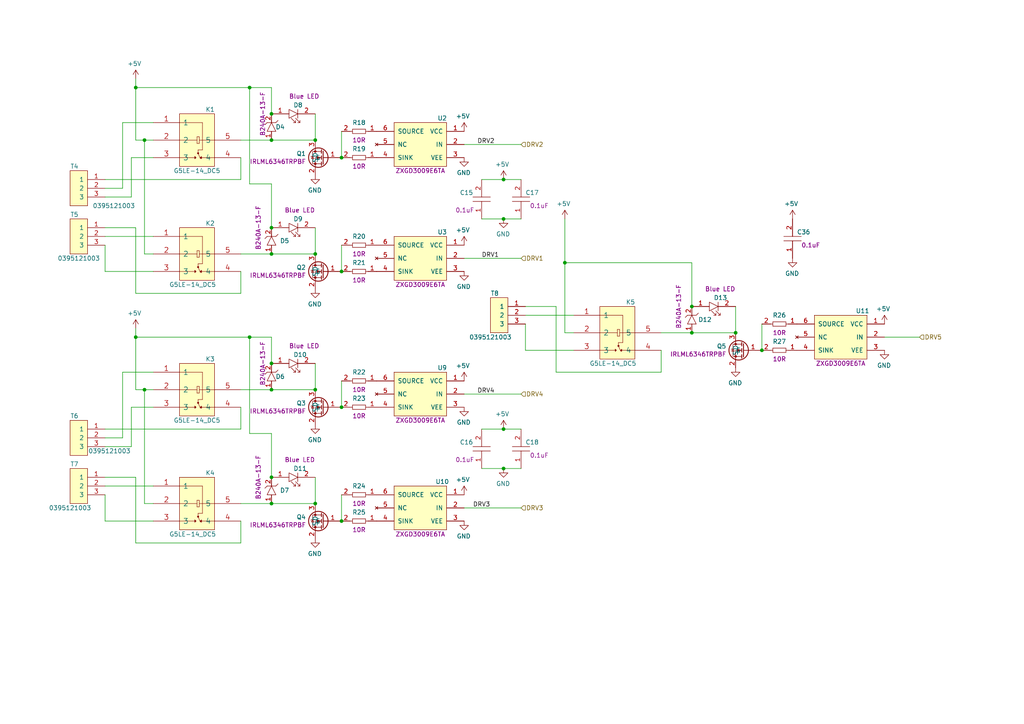
<source format=kicad_sch>
(kicad_sch (version 20231120) (generator "eeschema") (generator_version "8.0")
  (paper "A4")
  (junction (at 200.66 88.9))
  (junction (at 91.44 73.66))
  (junction (at 78.74 146.05))
  (junction (at 41.91 40.64))
  (junction (at 99.06 78.74))
  (junction (at 78.74 105.41))
  (junction (at 39.37 97.79))
  (junction (at 200.66 96.52))
  (junction (at 163.83 76.2))
  (junction (at 99.06 45.72))
  (junction (at 78.74 33.02))
  (junction (at 99.06 151.13))
  (junction (at 146.05 63.5))
  (junction (at 91.44 113.03))
  (junction (at 78.74 113.03))
  (junction (at 220.98 101.6))
  (junction (at 72.39 25.4))
  (junction (at 91.44 40.64))
  (junction (at 39.37 25.4))
  (junction (at 72.39 97.79))
  (junction (at 213.36 96.52))
  (junction (at 99.06 118.11))
  (junction (at 78.74 73.66))
  (junction (at 41.91 113.03))
  (junction (at 91.44 146.05))
  (junction (at 78.74 138.43))
  (junction (at 146.05 135.89))
  (junction (at 146.05 52.07))
  (junction (at 78.74 66.04))
  (junction (at 78.74 40.64))
  (junction (at 146.05 124.46))
  (wire (pts (xy 200.66 96.52) (xy 213.36 96.52)))
  (wire (pts (xy 38.1 45.72) (xy 38.1 57.15)))
  (wire (pts (xy 35.56 127) (xy 30.48 127)))
  (wire (pts (xy 39.37 97.79) (xy 39.37 113.03)))
  (wire (pts (xy 78.74 66.04) (xy 78.74 53.34)))
  (wire (pts (xy 72.39 97.79) (xy 78.74 97.79)))
  (wire (pts (xy 30.48 138.43) (xy 39.37 138.43)))
  (wire (pts (xy 69.85 40.64) (xy 78.74 40.64)))
  (wire (pts (xy 146.05 63.5) (xy 151.13 63.5)))
  (wire (pts (xy 161.29 88.9) (xy 161.29 107.95)))
  (wire (pts (xy 44.45 151.13) (xy 30.48 151.13)))
  (wire (pts (xy 134.62 114.3) (xy 151.13 114.3)))
  (wire (pts (xy 39.37 22.86) (xy 39.37 25.4)))
  (wire (pts (xy 146.05 135.89) (xy 151.13 135.89)))
  (wire (pts (xy 44.45 118.11) (xy 38.1 118.11)))
  (wire (pts (xy 163.83 76.2) (xy 163.83 96.52)))
  (wire (pts (xy 78.74 113.03) (xy 91.44 113.03)))
  (wire (pts (xy 38.1 118.11) (xy 38.1 129.54)))
  (wire (pts (xy 30.48 140.97) (xy 44.45 140.97)))
  (wire (pts (xy 30.48 66.04) (xy 39.37 66.04)))
  (wire (pts (xy 69.85 85.09) (xy 69.85 78.74)))
  (wire (pts (xy 69.85 124.46) (xy 69.85 118.11)))
  (wire (pts (xy 99.06 151.13) (xy 99.06 143.51)))
  (wire (pts (xy 166.37 101.6) (xy 152.4 101.6)))
  (wire (pts (xy 35.56 54.61) (xy 30.48 54.61)))
  (wire (pts (xy 99.06 78.74) (xy 99.06 71.12)))
  (wire (pts (xy 91.44 73.66) (xy 91.44 66.04)))
  (wire (pts (xy 134.62 74.93) (xy 151.13 74.93)))
  (wire (pts (xy 30.48 68.58) (xy 44.45 68.58)))
  (wire (pts (xy 152.4 91.44) (xy 166.37 91.44)))
  (wire (pts (xy 220.98 101.6) (xy 220.98 93.98)))
  (wire (pts (xy 151.13 124.46) (xy 146.05 124.46)))
  (wire (pts (xy 41.91 113.03) (xy 39.37 113.03)))
  (wire (pts (xy 41.91 40.64) (xy 41.91 73.66)))
  (wire (pts (xy 39.37 157.48) (xy 69.85 157.48)))
  (wire (pts (xy 99.06 45.72) (xy 99.06 38.1)))
  (wire (pts (xy 152.4 88.9) (xy 161.29 88.9)))
  (wire (pts (xy 44.45 45.72) (xy 38.1 45.72)))
  (wire (pts (xy 78.74 97.79) (xy 78.74 105.41)))
  (wire (pts (xy 78.74 146.05) (xy 91.44 146.05)))
  (wire (pts (xy 191.77 96.52) (xy 200.66 96.52)))
  (wire (pts (xy 41.91 113.03) (xy 41.91 146.05)))
  (wire (pts (xy 139.7 63.5) (xy 146.05 63.5)))
  (wire (pts (xy 30.48 124.46) (xy 69.85 124.46)))
  (wire (pts (xy 39.37 25.4) (xy 39.37 40.64)))
  (wire (pts (xy 44.45 40.64) (xy 41.91 40.64)))
  (wire (pts (xy 152.4 101.6) (xy 152.4 93.98)))
  (wire (pts (xy 78.74 138.43) (xy 78.74 125.73)))
  (wire (pts (xy 30.48 52.07) (xy 69.85 52.07)))
  (wire (pts (xy 39.37 85.09) (xy 69.85 85.09)))
  (wire (pts (xy 69.85 157.48) (xy 69.85 151.13)))
  (wire (pts (xy 134.62 147.32) (xy 151.13 147.32)))
  (wire (pts (xy 30.48 78.74) (xy 30.48 71.12)))
  (wire (pts (xy 72.39 125.73) (xy 72.39 97.79)))
  (wire (pts (xy 69.85 52.07) (xy 69.85 45.72)))
  (wire (pts (xy 35.56 107.95) (xy 35.56 127)))
  (wire (pts (xy 38.1 57.15) (xy 30.48 57.15)))
  (wire (pts (xy 44.45 113.03) (xy 41.91 113.03)))
  (wire (pts (xy 146.05 52.07) (xy 139.7 52.07)))
  (wire (pts (xy 163.83 63.5) (xy 163.83 76.2)))
  (wire (pts (xy 163.83 96.52) (xy 166.37 96.52)))
  (wire (pts (xy 151.13 52.07) (xy 146.05 52.07)))
  (wire (pts (xy 39.37 25.4) (xy 72.39 25.4)))
  (wire (pts (xy 39.37 97.79) (xy 72.39 97.79)))
  (wire (pts (xy 39.37 66.04) (xy 39.37 85.09)))
  (wire (pts (xy 78.74 40.64) (xy 91.44 40.64)))
  (wire (pts (xy 99.06 118.11) (xy 99.06 110.49)))
  (wire (pts (xy 256.54 97.79) (xy 266.7 97.79)))
  (wire (pts (xy 134.62 41.91) (xy 151.13 41.91)))
  (wire (pts (xy 91.44 146.05) (xy 91.44 138.43)))
  (wire (pts (xy 44.45 78.74) (xy 30.48 78.74)))
  (wire (pts (xy 41.91 40.64) (xy 39.37 40.64)))
  (wire (pts (xy 72.39 53.34) (xy 72.39 25.4)))
  (wire (pts (xy 200.66 76.2) (xy 163.83 76.2)))
  (wire (pts (xy 78.74 53.34) (xy 72.39 53.34)))
  (wire (pts (xy 35.56 35.56) (xy 35.56 54.61)))
  (wire (pts (xy 78.74 73.66) (xy 91.44 73.66)))
  (wire (pts (xy 39.37 138.43) (xy 39.37 157.48)))
  (wire (pts (xy 91.44 33.02) (xy 91.44 40.64)))
  (wire (pts (xy 44.45 35.56) (xy 35.56 35.56)))
  (wire (pts (xy 69.85 73.66) (xy 78.74 73.66)))
  (wire (pts (xy 200.66 88.9) (xy 200.66 76.2)))
  (wire (pts (xy 78.74 125.73) (xy 72.39 125.73)))
  (wire (pts (xy 139.7 135.89) (xy 146.05 135.89)))
  (wire (pts (xy 78.74 25.4) (xy 78.74 33.02)))
  (wire (pts (xy 69.85 146.05) (xy 78.74 146.05)))
  (wire (pts (xy 72.39 25.4) (xy 78.74 25.4)))
  (wire (pts (xy 161.29 107.95) (xy 191.77 107.95)))
  (wire (pts (xy 38.1 129.54) (xy 30.48 129.54)))
  (wire (pts (xy 91.44 105.41) (xy 91.44 113.03)))
  (wire (pts (xy 41.91 73.66) (xy 44.45 73.66)))
  (wire (pts (xy 30.48 151.13) (xy 30.48 143.51)))
  (wire (pts (xy 146.05 124.46) (xy 139.7 124.46)))
  (wire (pts (xy 213.36 96.52) (xy 213.36 88.9)))
  (wire (pts (xy 69.85 113.03) (xy 78.74 113.03)))
  (wire (pts (xy 41.91 146.05) (xy 44.45 146.05)))
  (wire (pts (xy 191.77 107.95) (xy 191.77 101.6)))
  (wire (pts (xy 44.45 107.95) (xy 35.56 107.95)))
  (wire (pts (xy 39.37 95.25) (xy 39.37 97.79)))
  (label "DRV3" (at 137.16 147.32 0))
  (label "DRV1" (at 139.7 74.93 0))
  (label "DRV4" (at 138.43 114.3 0))
  (label "DRV2" (at 138.43 41.91 0))
  (hierarchical_label "DRV3" (shape input) (at 151.13 147.32 0))
  (hierarchical_label "DRV5" (shape input) (at 266.7 97.79 0))
  (hierarchical_label "DRV4" (shape input) (at 151.13 114.3 0))
  (hierarchical_label "DRV1" (shape input) (at 151.13 74.93 0))
  (hierarchical_label "DRV2" (shape input) (at 151.13 41.91 0))
  (symbol (lib_id "AVR-KiCAD-Lib-Mech-Relays-Contactors:G5LE-14_DC5") (at 52.07 66.04 0) (unit 1)
    (property "Reference" "K2" (at 60.96 64.77 0))
    (property "Value" "G5LE-14_DC5" (at 55.88 82.55 0))
    (property "Footprint" "AVR-KiCAD-Lib-Relays-Contactors:G5LE-14_DC5" (effects (hide yes)))
    (property "Datasheet" "https://omronfs.omron.com/en_US/ecb/products/pdf/en-g5le.pdf" (effects (hide yes)))
    (property "Cost QTY: 1" "1.44000" (effects (hide yes)))
    (property "Cost QTY: 1000" "0.84028" (effects (hide yes)))
    (property "Cost QTY: 2500" "*" (effects (hide yes)))
    (property "Cost QTY: 5000" "0.81027" (effects (hide yes)))
    (property "Cost QTY: 10000" "*" (effects (hide yes)))
    (property "MFR" "Omron Electronics Inc-EMC Div" (effects (hide yes)))
    (property "MFR#" "G5LE-14 DC5" (effects (hide yes)))
    (property "Vendor" "Digikey" (effects (hide yes)))
    (property "Vendor #" "Z1011-ND" (effects (hide yes)))
    (property "Designer" "AVR" (effects (hide yes)))
    (property "Height" "19mm" (effects (hide yes)))
    (property "Date Created" "6/23/2020" (effects (hide yes)))
    (property "Date Modified" "6/23/2020" (effects (hide yes)))
    (property "Lead-Free ?" "Yes" (effects (hide yes)))
    (property "RoHS Levels" "1" (effects (hide yes)))
    (property "Mounting" "ThroughHole" (effects (hide yes)))
    (property "Pin Count #" "5" (effects (hide yes)))
    (property "Status" "Active" (effects (hide yes)))
    (property "Tolerance" "*" (effects (hide yes)))
    (property "Type" "Relay-Contactor" (effects (hide yes)))
    (property "Voltage" "5VDC Coil, 250VAC, 125VDC - Max" (effects (hide yes)))
    (property "Package" "*" (effects (hide yes)))
    (property "Description" "General Purpose Relay SPDT (1 Form C) 5VDC Coil Through Hole" (effects (hide yes)))
    (property "_Value_" "G5LE-14 DC5" (effects (hide yes)))
    (property "Management_ID" "*" (effects (hide yes)))
    (instances (project "agricoltura-vine-k" (path "" (reference "K2") (unit 1)) (path "" (reference "K?") (unit 1))))
  )
  (symbol (lib_id "AVR-KiCAD-Lib-Mech-Relays-Contactors:G5LE-14_DC5") (at 52.07 33.02 0) (unit 1)
    (property "Reference" "K1" (at 60.96 31.75 0))
    (property "Value" "G5LE-14_DC5" (at 57.15 49.53 0))
    (property "Footprint" "AVR-KiCAD-Lib-Relays-Contactors:G5LE-14_DC5" (effects (hide yes)))
    (property "Datasheet" "https://omronfs.omron.com/en_US/ecb/products/pdf/en-g5le.pdf" (effects (hide yes)))
    (property "Cost QTY: 1" "1.44000" (effects (hide yes)))
    (property "Cost QTY: 1000" "0.84028" (effects (hide yes)))
    (property "Cost QTY: 2500" "*" (effects (hide yes)))
    (property "Cost QTY: 5000" "0.81027" (effects (hide yes)))
    (property "Cost QTY: 10000" "*" (effects (hide yes)))
    (property "MFR" "Omron Electronics Inc-EMC Div" (effects (hide yes)))
    (property "MFR#" "G5LE-14 DC5" (effects (hide yes)))
    (property "Vendor" "Digikey" (effects (hide yes)))
    (property "Vendor #" "Z1011-ND" (effects (hide yes)))
    (property "Designer" "AVR" (effects (hide yes)))
    (property "Height" "19mm" (effects (hide yes)))
    (property "Date Created" "6/23/2020" (effects (hide yes)))
    (property "Date Modified" "6/23/2020" (effects (hide yes)))
    (property "Lead-Free ?" "Yes" (effects (hide yes)))
    (property "RoHS Levels" "1" (effects (hide yes)))
    (property "Mounting" "ThroughHole" (effects (hide yes)))
    (property "Pin Count #" "5" (effects (hide yes)))
    (property "Status" "Active" (effects (hide yes)))
    (property "Tolerance" "*" (effects (hide yes)))
    (property "Type" "Relay-Contactor" (effects (hide yes)))
    (property "Voltage" "5VDC Coil, 250VAC, 125VDC - Max" (effects (hide yes)))
    (property "Package" "*" (effects (hide yes)))
    (property "Description" "General Purpose Relay SPDT (1 Form C) 5VDC Coil Through Hole" (effects (hide yes)))
    (property "_Value_" "G5LE-14 DC5" (effects (hide yes)))
    (property "Management_ID" "*" (effects (hide yes)))
    (instances (project "agricoltura-vine-k" (path "" (reference "K1") (unit 1)) (path "" (reference "K?") (unit 1))))
  )
  (symbol (lib_id "AVR-KiCAD-Lib-ICs:ZXGD3009E6TA") (at 129.54 35.56 0) (mirror y) (unit 1)
    (property "Reference" "U2" (at 128.27 34.29 0))
    (property "Value" "ZXGD3009E6TA" (effects (hide yes)))
    (property "Footprint" "growbox-KiCAD-ICs:SOT-23-6_Handsoldering" (effects (hide yes)))
    (property "Datasheet" "https://www.diodes.com/assets/Datasheets/ZXGD3009E6.pdf" (effects (hide yes)))
    (property "Cost QTY: 1" "0.40000" (effects (hide yes)))
    (property "Cost QTY: 1000" "0.14090" (effects (hide yes)))
    (property "Cost QTY: 2500" "*" (effects (hide yes)))
    (property "Cost QTY: 5000" "0.13181" (effects (hide yes)))
    (property "Cost QTY: 10000" "0.12272" (effects (hide yes)))
    (property "MFR" "Diodes Incorporated" (effects (hide yes)))
    (property "MFR#" "ZXGD3009E6TA" (effects (hide yes)))
    (property "Vendor" "Digikey" (effects (hide yes)))
    (property "Vendor #" "ZXGD3009E6TADICT-ND" (effects (hide yes)))
    (property "Designer" "AVR" (effects (hide yes)))
    (property "Height" "*" (effects (hide yes)))
    (property "Date Created" "3/31/2020" (effects (hide yes)))
    (property "Date Modified" "3/31/2020" (effects (hide yes)))
    (property "Lead-Free ?" "Yes" (effects (hide yes)))
    (property "RoHS Levels" "1" (effects (hide yes)))
    (property "Mounting" "SMT" (effects (hide yes)))
    (property "Pin Count #" "6" (effects (hide yes)))
    (property "Status" "Active" (effects (hide yes)))
    (property "Tolerance" "*" (effects (hide yes)))
    (property "Type" "GATE DRIVER" (effects (hide yes)))
    (property "Voltage" "40V" (effects (hide yes)))
    (property "Package" "SOT-23-6" (effects (hide yes)))
    (property "Description" "Low-Side Gate Driver IC Non-Inverting SOT-26" (effects (hide yes)))
    (property "_Value_" "ZXGD3009E6TA" (at 121.92 49.53 0))
    (property "Management_ID" "*" (effects (hide yes)))
    (instances (project "agricoltura-vine-k" (path "" (reference "U2") (unit 1)) (path "" (reference "U?") (unit 1))))
  )
  (symbol (lib_id "AVR-KiCAD-Lib-ICs:ZXGD3009E6TA") (at 129.54 68.58 0) (mirror y) (unit 1)
    (property "Reference" "U3" (at 128.27 67.31 0))
    (property "Value" "ZXGD3009E6TA" (effects (hide yes)))
    (property "Footprint" "growbox-KiCAD-ICs:SOT-23-6_Handsoldering" (effects (hide yes)))
    (property "Datasheet" "https://www.diodes.com/assets/Datasheets/ZXGD3009E6.pdf" (effects (hide yes)))
    (property "Cost QTY: 1" "0.40000" (effects (hide yes)))
    (property "Cost QTY: 1000" "0.14090" (effects (hide yes)))
    (property "Cost QTY: 2500" "*" (effects (hide yes)))
    (property "Cost QTY: 5000" "0.13181" (effects (hide yes)))
    (property "Cost QTY: 10000" "0.12272" (effects (hide yes)))
    (property "MFR" "Diodes Incorporated" (effects (hide yes)))
    (property "MFR#" "ZXGD3009E6TA" (effects (hide yes)))
    (property "Vendor" "Digikey" (effects (hide yes)))
    (property "Vendor #" "ZXGD3009E6TADICT-ND" (effects (hide yes)))
    (property "Designer" "AVR" (effects (hide yes)))
    (property "Height" "*" (effects (hide yes)))
    (property "Date Created" "3/31/2020" (effects (hide yes)))
    (property "Date Modified" "3/31/2020" (effects (hide yes)))
    (property "Lead-Free ?" "Yes" (effects (hide yes)))
    (property "RoHS Levels" "1" (effects (hide yes)))
    (property "Mounting" "SMT" (effects (hide yes)))
    (property "Pin Count #" "6" (effects (hide yes)))
    (property "Status" "Active" (effects (hide yes)))
    (property "Tolerance" "*" (effects (hide yes)))
    (property "Type" "GATE DRIVER" (effects (hide yes)))
    (property "Voltage" "40V" (effects (hide yes)))
    (property "Package" "SOT-23-6" (effects (hide yes)))
    (property "Description" "Low-Side Gate Driver IC Non-Inverting SOT-26" (effects (hide yes)))
    (property "_Value_" "ZXGD3009E6TA" (at 121.92 82.55 0))
    (property "Management_ID" "*" (effects (hide yes)))
    (instances (project "agricoltura-vine-k" (path "" (reference "U3") (unit 1)) (path "" (reference "U?") (unit 1))))
  )
  (symbol (lib_id "AVR-KiCAD-Lib-Transistors:IRLML6346TRPBF") (at 91.44 45.72 0) (mirror y) (unit 1)
    (property "Reference" "Q1" (at 88.7476 44.5516 0) (effects (justify left)))
    (property "Value" "IRLML6346TRPBF" (effects (hide yes)))
    (property "Footprint" "AVR-KiCAD-Lib-Transistors:SOT-23" (effects (hide yes)))
    (property "Datasheet" "https://www.infineon.com/dgdl/irlml6346pbf.pdf?fileId=5546d462533600a401535668a336262e" (effects (hide yes)))
    (property "Cost QTY: 1" "0.42000" (effects (hide yes)))
    (property "Cost QTY: 1000" "0.10260" (effects (hide yes)))
    (property "Cost QTY: 2500" "*" (effects (hide yes)))
    (property "Cost QTY: 5000" "0.09388" (effects (hide yes)))
    (property "Cost QTY: 10000" "0.08978" (effects (hide yes)))
    (property "MFR" "Infineon Technologies" (effects (hide yes)))
    (property "MFR#" "IRLML6346TRPBF" (effects (hide yes)))
    (property "Vendor" "Digikey" (effects (hide yes)))
    (property "Vendor #" "IRLML6346TRPBFCT-ND" (effects (hide yes)))
    (property "Designer" "AVR" (effects (hide yes)))
    (property "Height" "1.12mm" (effects (hide yes)))
    (property "Date Created" "4/1/2020" (effects (hide yes)))
    (property "Date Modified" "4/1/2020" (effects (hide yes)))
    (property "Lead-Free ?" "Yes" (effects (hide yes)))
    (property "RoHS Levels" "1" (effects (hide yes)))
    (property "Mounting" "SMT" (effects (hide yes)))
    (property "Pin Count #" "3" (effects (hide yes)))
    (property "Status" "Active" (effects (hide yes)))
    (property "Tolerance" "*" (effects (hide yes)))
    (property "Type" "N-Channel MOSFET" (effects (hide yes)))
    (property "Voltage" "30V" (effects (hide yes)))
    (property "Package" "SOT23" (effects (hide yes)))
    (property "Description" "N-Channel 30V 3.4A (Ta) 1.3W (Ta) Surface Mount Micro3™/SOT-23" (effects (hide yes)))
    (property "_Value_" "IRLML6346TRPBF" (at 88.7476 46.863 0) (effects (justify left)))
    (property "Management_ID" "*" (effects (hide yes)))
    (instances (project "agricoltura-vine-k" (path "" (reference "Q1") (unit 1)) (path "" (reference "Q?") (unit 1))))
  )
  (symbol (lib_id "AVR-KiCAD-Lib-Diodes:LTST-C194TBKT") (at 85.09 33.02 0) (mirror x) (unit 1)
    (property "Reference" "D8" (at 85.09 30.48 0) (effects (justify left)))
    (property "Value" "LTST-C194TBKT" (effects (hide yes)))
    (property "Footprint" "AVR-KiCAD-Lib-Diodes:LED0603" (effects (hide yes)))
    (property "Datasheet" "http://optoelectronics.liteon.com/upload/download/DS22-2010-0025/LTST-C194TBKT.PDF" (effects (hide yes)))
    (property "Cost QTY: 1" "0.42000" (effects (hide yes)))
    (property "Cost QTY: 1000" "0.07797" (effects (hide yes)))
    (property "Cost QTY: 2500" "*" (effects (hide yes)))
    (property "Cost QTY: 5000" "0.06102" (effects (hide yes)))
    (property "Cost QTY: 10000" "0.05424" (effects (hide yes)))
    (property "MFR" "Lite-On Inc." (effects (hide yes)))
    (property "MFR#" "LTST-C194TBKT" (effects (hide yes)))
    (property "Vendor" "Digikey" (effects (hide yes)))
    (property "Vendor #" "160-1837-2-ND" (effects (hide yes)))
    (property "Designer" "AVR" (effects (hide yes)))
    (property "Height" "0.45mm" (effects (hide yes)))
    (property "Date Created" "3/1/2020" (effects (hide yes)))
    (property "Date Modified" "3/1/2020" (effects (hide yes)))
    (property "Lead-Free ?" "Yes" (effects (hide yes)))
    (property "RoHS Levels" "1" (effects (hide yes)))
    (property "Mounting" "SMT" (effects (hide yes)))
    (property "Pin Count #" "2" (effects (hide yes)))
    (property "Status" "Active" (effects (hide yes)))
    (property "Tolerance" "*" (effects (hide yes)))
    (property "Type" "Blue LED Colorless" (effects (hide yes)))
    (property "Voltage" "3.3V" (effects (hide yes)))
    (property "Package" "0603" (effects (hide yes)))
    (property "Description" "Blue 468nm LED Indication - Discrete 3.3V 0603 (1608 Metric)" (effects (hide yes)))
    (property "_Value_" "Blue LED" (at 83.82 27.94 0) (effects (justify left)))
    (property "Management_ID" "*" (effects (hide yes)))
    (instances (project "agricoltura-vine-k" (path "" (reference "D8") (unit 1)) (path "" (reference "D?") (unit 1))))
  )
  (symbol (lib_id "AVR-KiCAD-Lib-Diodes:B240A-13-F") (at 78.74 36.83 270) (mirror x) (unit 1)
    (property "Reference" "D4" (at 81.28 36.83 90))
    (property "Value" "B240A-13-F" (effects (hide yes)))
    (property "Footprint" "AVR-KiCAD-Lib-Diodes:B240A-13-F" (effects (hide yes)))
    (property "Datasheet" "https://www.diodes.com/assets/Datasheets/ds13004.pdf" (effects (hide yes)))
    (property "Cost QTY: 1" "0.41000" (effects (hide yes)))
    (property "Cost QTY: 1000" "0.10100" (effects (hide yes)))
    (property "Cost QTY: 2500" "0.09242" (effects (hide yes)))
    (property "Cost QTY: 5000" "0.08838" (effects (hide yes)))
    (property "Cost QTY: 10000" "0.07828" (effects (hide yes)))
    (property "MFR" "Diodes Incorporated" (effects (hide yes)))
    (property "MFR#" "B240A-13-F" (effects (hide yes)))
    (property "Vendor" "Digikey" (effects (hide yes)))
    (property "Vendor #" "B240A-FDICT-ND" (effects (hide yes)))
    (property "Designer" "AVR" (effects (hide yes)))
    (property "Height" "0.73mm" (effects (hide yes)))
    (property "Date Created" "3/30/2020" (effects (hide yes)))
    (property "Date Modified" "3/30/2020" (effects (hide yes)))
    (property "Lead-Free ?" "Yes" (effects (hide yes)))
    (property "RoHS Levels" "1" (effects (hide yes)))
    (property "Mounting" "SMT" (effects (hide yes)))
    (property "Pin Count #" "2" (effects (hide yes)))
    (property "Status" "Active" (effects (hide yes)))
    (property "Tolerance" "*" (effects (hide yes)))
    (property "Type" "TVS Diode" (effects (hide yes)))
    (property "Voltage" "40V" (effects (hide yes)))
    (property "Package" "DO-214AC, SMA" (effects (hide yes)))
    (property "Description" "Diode Schottky 40V 2A Surface Mount SMA" (effects (hide yes)))
    (property "_Value_" "B240A-13-F" (at 76.2 33.02 0))
    (property "Management_ID" "*" (effects (hide yes)))
    (instances (project "agricoltura-vine-k" (path "" (reference "D4") (unit 1)) (path "" (reference "D?") (unit 1))))
  )
  (symbol (lib_id "agricoltura-vine-k-rescue:RC0402FR-0710RL-AVR-KiCAD-Lib-Diodes") (at 104.14 45.72 0) (mirror y) (unit 1)
    (property "Reference" "R19" (at 104.14 43.18 0))
    (property "Value" "RC0402FR-0710RL" (effects (hide yes)))
    (property "Footprint" "AVR-KiCAD-Lib-Resistors:R0402" (effects (hide yes)))
    (property "Datasheet" "https://www.yageo.com/upload/media/product/productsearch/datasheet/rchip/PYu-RC_Group_51_RoHS_L_10.pdf" (effects (hide yes)))
    (property "Cost QTY: 1" "0.10000" (effects (hide yes)))
    (property "Cost QTY: 1000" "0.00435" (effects (hide yes)))
    (property "Cost QTY: 2500" "0.00377" (effects (hide yes)))
    (property "Cost QTY: 5000" "0.00312" (effects (hide yes)))
    (property "Cost QTY: 10000" "0.00246" (effects (hide yes)))
    (property "MFR" "0.00246" (effects (hide yes)))
    (property "MFR#" "RC0402FR-0710RL" (effects (hide yes)))
    (property "Vendor" "Digikey" (effects (hide yes)))
    (property "Vendor #" "311-10.0LRCT-ND" (effects (hide yes)))
    (property "Designer" "AVR" (effects (hide yes)))
    (property "Height" "0.4mm" (effects (hide yes)))
    (property "Date Created" "4/1/2020" (effects (hide yes)))
    (property "Date Modified" "4/1/2020" (effects (hide yes)))
    (property "Lead-Free ?" "Yes" (effects (hide yes)))
    (property "RoHS Levels" "1" (effects (hide yes)))
    (property "Mounting" "SMT" (effects (hide yes)))
    (property "Pin Count #" "2" (effects (hide yes)))
    (property "Status" "Active" (effects (hide yes)))
    (property "Tolerance" "1%" (effects (hide yes)))
    (property "Type" "Thick FIlm Resistor" (effects (hide yes)))
    (property "Voltage" "*" (effects (hide yes)))
    (property "Package" "0402" (effects (hide yes)))
    (property "_Value_" "10R" (at 104.14 48.26 0))
    (property "Management_ID" "*" (effects (hide yes)))
    (property "Description" "10 Ohms ±1% 0.063W, 1/16W Chip Resistor 0402 (1005 Metric) Moisture Resistant Thick Film" (effects (hide yes)))
    (instances (project "agricoltura-vine-k" (path "" (reference "R19") (unit 1)) (path "" (reference "R?") (unit 1)) (path "" (reference "R19") (unit 1))))
  )
  (symbol (lib_id "agricoltura-vine-k-rescue:RC0402FR-0710RL-AVR-KiCAD-Lib-Diodes") (at 104.14 38.1 0) (mirror y) (unit 1)
    (property "Reference" "R18" (at 104.14 35.56 0))
    (property "Value" "RC0402FR-0710RL" (effects (hide yes)))
    (property "Footprint" "AVR-KiCAD-Lib-Resistors:R0402" (effects (hide yes)))
    (property "Datasheet" "https://www.yageo.com/upload/media/product/productsearch/datasheet/rchip/PYu-RC_Group_51_RoHS_L_10.pdf" (effects (hide yes)))
    (property "Cost QTY: 1" "0.10000" (effects (hide yes)))
    (property "Cost QTY: 1000" "0.00435" (effects (hide yes)))
    (property "Cost QTY: 2500" "0.00377" (effects (hide yes)))
    (property "Cost QTY: 5000" "0.00312" (effects (hide yes)))
    (property "Cost QTY: 10000" "0.00246" (effects (hide yes)))
    (property "MFR" "0.00246" (effects (hide yes)))
    (property "MFR#" "RC0402FR-0710RL" (effects (hide yes)))
    (property "Vendor" "Digikey" (effects (hide yes)))
    (property "Vendor #" "311-10.0LRCT-ND" (effects (hide yes)))
    (property "Designer" "AVR" (effects (hide yes)))
    (property "Height" "0.4mm" (effects (hide yes)))
    (property "Date Created" "4/1/2020" (effects (hide yes)))
    (property "Date Modified" "4/1/2020" (effects (hide yes)))
    (property "Lead-Free ?" "Yes" (effects (hide yes)))
    (property "RoHS Levels" "1" (effects (hide yes)))
    (property "Mounting" "SMT" (effects (hide yes)))
    (property "Pin Count #" "2" (effects (hide yes)))
    (property "Status" "Active" (effects (hide yes)))
    (property "Tolerance" "1%" (effects (hide yes)))
    (property "Type" "Thick FIlm Resistor" (effects (hide yes)))
    (property "Voltage" "*" (effects (hide yes)))
    (property "Package" "0402" (effects (hide yes)))
    (property "_Value_" "10R" (at 104.14 40.64 0))
    (property "Management_ID" "*" (effects (hide yes)))
    (property "Description" "10 Ohms ±1% 0.063W, 1/16W Chip Resistor 0402 (1005 Metric) Moisture Resistant Thick Film" (effects (hide yes)))
    (instances (project "agricoltura-vine-k" (path "" (reference "R18") (unit 1)) (path "" (reference "R?") (unit 1)) (path "" (reference "R18") (unit 1))))
  )
  (symbol (lib_id "AVR-KiCAD-Lib-Transistors:IRLML6346TRPBF") (at 91.44 78.74 0) (mirror y) (unit 1)
    (property "Reference" "Q2" (at 88.7476 77.5716 0) (effects (justify left)))
    (property "Value" "IRLML6346TRPBF" (effects (hide yes)))
    (property "Footprint" "AVR-KiCAD-Lib-Transistors:SOT-23" (effects (hide yes)))
    (property "Datasheet" "https://www.infineon.com/dgdl/irlml6346pbf.pdf?fileId=5546d462533600a401535668a336262e" (effects (hide yes)))
    (property "Cost QTY: 1" "0.42000" (effects (hide yes)))
    (property "Cost QTY: 1000" "0.10260" (effects (hide yes)))
    (property "Cost QTY: 2500" "*" (effects (hide yes)))
    (property "Cost QTY: 5000" "0.09388" (effects (hide yes)))
    (property "Cost QTY: 10000" "0.08978" (effects (hide yes)))
    (property "MFR" "Infineon Technologies" (effects (hide yes)))
    (property "MFR#" "IRLML6346TRPBF" (effects (hide yes)))
    (property "Vendor" "Digikey" (effects (hide yes)))
    (property "Vendor #" "IRLML6346TRPBFCT-ND" (effects (hide yes)))
    (property "Designer" "AVR" (effects (hide yes)))
    (property "Height" "1.12mm" (effects (hide yes)))
    (property "Date Created" "4/1/2020" (effects (hide yes)))
    (property "Date Modified" "4/1/2020" (effects (hide yes)))
    (property "Lead-Free ?" "Yes" (effects (hide yes)))
    (property "RoHS Levels" "1" (effects (hide yes)))
    (property "Mounting" "SMT" (effects (hide yes)))
    (property "Pin Count #" "3" (effects (hide yes)))
    (property "Status" "Active" (effects (hide yes)))
    (property "Tolerance" "*" (effects (hide yes)))
    (property "Type" "N-Channel MOSFET" (effects (hide yes)))
    (property "Voltage" "30V" (effects (hide yes)))
    (property "Package" "SOT23" (effects (hide yes)))
    (property "Description" "N-Channel 30V 3.4A (Ta) 1.3W (Ta) Surface Mount Micro3™/SOT-23" (effects (hide yes)))
    (property "_Value_" "IRLML6346TRPBF" (at 88.7476 79.883 0) (effects (justify left)))
    (property "Management_ID" "*" (effects (hide yes)))
    (instances (project "agricoltura-vine-k" (path "" (reference "Q2") (unit 1)) (path "" (reference "Q?") (unit 1))))
  )
  (symbol (lib_id "agricoltura-vine-k-rescue:RC0402FR-0710RL-AVR-KiCAD-Lib-Diodes") (at 104.14 78.74 0) (mirror y) (unit 1)
    (property "Reference" "R21" (at 104.14 76.2 0))
    (property "Value" "RC0402FR-0710RL" (effects (hide yes)))
    (property "Footprint" "AVR-KiCAD-Lib-Resistors:R0402" (effects (hide yes)))
    (property "Datasheet" "https://www.yageo.com/upload/media/product/productsearch/datasheet/rchip/PYu-RC_Group_51_RoHS_L_10.pdf" (effects (hide yes)))
    (property "Cost QTY: 1" "0.10000" (effects (hide yes)))
    (property "Cost QTY: 1000" "0.00435" (effects (hide yes)))
    (property "Cost QTY: 2500" "0.00377" (effects (hide yes)))
    (property "Cost QTY: 5000" "0.00312" (effects (hide yes)))
    (property "Cost QTY: 10000" "0.00246" (effects (hide yes)))
    (property "MFR" "0.00246" (effects (hide yes)))
    (property "MFR#" "RC0402FR-0710RL" (effects (hide yes)))
    (property "Vendor" "Digikey" (effects (hide yes)))
    (property "Vendor #" "311-10.0LRCT-ND" (effects (hide yes)))
    (property "Designer" "AVR" (effects (hide yes)))
    (property "Height" "0.4mm" (effects (hide yes)))
    (property "Date Created" "4/1/2020" (effects (hide yes)))
    (property "Date Modified" "4/1/2020" (effects (hide yes)))
    (property "Lead-Free ?" "Yes" (effects (hide yes)))
    (property "RoHS Levels" "1" (effects (hide yes)))
    (property "Mounting" "SMT" (effects (hide yes)))
    (property "Pin Count #" "2" (effects (hide yes)))
    (property "Status" "Active" (effects (hide yes)))
    (property "Tolerance" "1%" (effects (hide yes)))
    (property "Type" "Thick FIlm Resistor" (effects (hide yes)))
    (property "Voltage" "*" (effects (hide yes)))
    (property "Package" "0402" (effects (hide yes)))
    (property "_Value_" "10R" (at 104.14 81.28 0))
    (property "Management_ID" "*" (effects (hide yes)))
    (property "Description" "10 Ohms ±1% 0.063W, 1/16W Chip Resistor 0402 (1005 Metric) Moisture Resistant Thick Film" (effects (hide yes)))
    (instances (project "agricoltura-vine-k" (path "" (reference "R21") (unit 1)) (path "" (reference "R?") (unit 1)) (path "" (reference "R21") (unit 1))))
  )
  (symbol (lib_id "agricoltura-vine-k-rescue:RC0402FR-0710RL-AVR-KiCAD-Lib-Diodes") (at 104.14 71.12 0) (mirror y) (unit 1)
    (property "Reference" "R20" (at 104.14 68.58 0))
    (property "Value" "RC0402FR-0710RL" (effects (hide yes)))
    (property "Footprint" "AVR-KiCAD-Lib-Resistors:R0402" (effects (hide yes)))
    (property "Datasheet" "https://www.yageo.com/upload/media/product/productsearch/datasheet/rchip/PYu-RC_Group_51_RoHS_L_10.pdf" (effects (hide yes)))
    (property "Cost QTY: 1" "0.10000" (effects (hide yes)))
    (property "Cost QTY: 1000" "0.00435" (effects (hide yes)))
    (property "Cost QTY: 2500" "0.00377" (effects (hide yes)))
    (property "Cost QTY: 5000" "0.00312" (effects (hide yes)))
    (property "Cost QTY: 10000" "0.00246" (effects (hide yes)))
    (property "MFR" "0.00246" (effects (hide yes)))
    (property "MFR#" "RC0402FR-0710RL" (effects (hide yes)))
    (property "Vendor" "Digikey" (effects (hide yes)))
    (property "Vendor #" "311-10.0LRCT-ND" (effects (hide yes)))
    (property "Designer" "AVR" (effects (hide yes)))
    (property "Height" "0.4mm" (effects (hide yes)))
    (property "Date Created" "4/1/2020" (effects (hide yes)))
    (property "Date Modified" "4/1/2020" (effects (hide yes)))
    (property "Lead-Free ?" "Yes" (effects (hide yes)))
    (property "RoHS Levels" "1" (effects (hide yes)))
    (property "Mounting" "SMT" (effects (hide yes)))
    (property "Pin Count #" "2" (effects (hide yes)))
    (property "Status" "Active" (effects (hide yes)))
    (property "Tolerance" "1%" (effects (hide yes)))
    (property "Type" "Thick FIlm Resistor" (effects (hide yes)))
    (property "Voltage" "*" (effects (hide yes)))
    (property "Package" "0402" (effects (hide yes)))
    (property "_Value_" "10R" (at 104.14 73.66 0))
    (property "Management_ID" "*" (effects (hide yes)))
    (property "Description" "10 Ohms ±1% 0.063W, 1/16W Chip Resistor 0402 (1005 Metric) Moisture Resistant Thick Film" (effects (hide yes)))
    (instances (project "agricoltura-vine-k" (path "" (reference "R20") (unit 1)) (path "" (reference "R?") (unit 1)) (path "" (reference "R20") (unit 1))))
  )
  (symbol (lib_id "agricoltura-vine-k-rescue:+5V-power") (at 39.37 22.86 0) (mirror y) (unit 1)
    (property "Reference" "#PWR0112" (effects (hide yes)))
    (property "Value" "+5V" (at 38.989 18.4658 0))
    (instances (project "agricoltura-vine-k" (path "" (reference "#PWR0112") (unit 1)) (path "" (reference "#PWR?") (unit 1))))
  )
  (symbol (lib_id "agricoltura-vine-k-rescue:GND-power") (at 91.44 50.8 0) (mirror y) (unit 1)
    (property "Reference" "#PWR0119" (effects (hide yes)))
    (property "Value" "GND" (at 91.313 55.1942 0))
    (instances (project "agricoltura-vine-k" (path "" (reference "#PWR0119") (unit 1)) (path "" (reference "#PWR?") (unit 1))))
  )
  (symbol (lib_id "agricoltura-vine-k-rescue:GND-power") (at 91.44 83.82 0) (mirror y) (unit 1)
    (property "Reference" "#PWR0120" (effects (hide yes)))
    (property "Value" "GND" (at 91.313 88.2142 0))
    (instances (project "agricoltura-vine-k" (path "" (reference "#PWR0120") (unit 1)) (path "" (reference "#PWR?") (unit 1))))
  )
  (symbol (lib_id "agricoltura-vine-k-rescue:+5V-power") (at 146.05 52.07 0) (mirror y) (unit 1)
    (property "Reference" "#PWR0121" (effects (hide yes)))
    (property "Value" "+5V" (at 145.669 47.6758 0))
    (instances (project "agricoltura-vine-k" (path "" (reference "#PWR0121") (unit 1)) (path "" (reference "#PWR?") (unit 1))))
  )
  (symbol (lib_id "AVR-KiCAD-Lib-Diodes:LTST-C194TBKT") (at 85.09 66.04 0) (mirror x) (unit 1)
    (property "Reference" "D9" (at 85.09 63.5 0) (effects (justify left)))
    (property "Value" "LTST-C194TBKT" (effects (hide yes)))
    (property "Footprint" "AVR-KiCAD-Lib-Diodes:LED0603" (effects (hide yes)))
    (property "Datasheet" "http://optoelectronics.liteon.com/upload/download/DS22-2010-0025/LTST-C194TBKT.PDF" (effects (hide yes)))
    (property "Cost QTY: 1" "0.42000" (effects (hide yes)))
    (property "Cost QTY: 1000" "0.07797" (effects (hide yes)))
    (property "Cost QTY: 2500" "*" (effects (hide yes)))
    (property "Cost QTY: 5000" "0.06102" (effects (hide yes)))
    (property "Cost QTY: 10000" "0.05424" (effects (hide yes)))
    (property "MFR" "Lite-On Inc." (effects (hide yes)))
    (property "MFR#" "LTST-C194TBKT" (effects (hide yes)))
    (property "Vendor" "Digikey" (effects (hide yes)))
    (property "Vendor #" "160-1837-2-ND" (effects (hide yes)))
    (property "Designer" "AVR" (effects (hide yes)))
    (property "Height" "0.45mm" (effects (hide yes)))
    (property "Date Created" "3/1/2020" (effects (hide yes)))
    (property "Date Modified" "3/1/2020" (effects (hide yes)))
    (property "Lead-Free ?" "Yes" (effects (hide yes)))
    (property "RoHS Levels" "1" (effects (hide yes)))
    (property "Mounting" "SMT" (effects (hide yes)))
    (property "Pin Count #" "2" (effects (hide yes)))
    (property "Status" "Active" (effects (hide yes)))
    (property "Tolerance" "*" (effects (hide yes)))
    (property "Type" "Blue LED Colorless" (effects (hide yes)))
    (property "Voltage" "3.3V" (effects (hide yes)))
    (property "Package" "0603" (effects (hide yes)))
    (property "Description" "Blue 468nm LED Indication - Discrete 3.3V 0603 (1608 Metric)" (effects (hide yes)))
    (property "_Value_" "Blue LED" (at 82.55 60.96 0) (effects (justify left)))
    (property "Management_ID" "*" (effects (hide yes)))
    (instances (project "agricoltura-vine-k" (path "" (reference "D9") (unit 1)) (path "" (reference "D?") (unit 1))))
  )
  (symbol (lib_id "AVR-KiCAD-Lib-Diodes:B240A-13-F") (at 78.74 69.85 270) (mirror x) (unit 1)
    (property "Reference" "D5" (at 82.55 69.85 90))
    (property "Value" "B240A-13-F" (effects (hide yes)))
    (property "Footprint" "AVR-KiCAD-Lib-Diodes:B240A-13-F" (effects (hide yes)))
    (property "Datasheet" "https://www.diodes.com/assets/Datasheets/ds13004.pdf" (effects (hide yes)))
    (property "Cost QTY: 1" "0.41000" (effects (hide yes)))
    (property "Cost QTY: 1000" "0.10100" (effects (hide yes)))
    (property "Cost QTY: 2500" "0.09242" (effects (hide yes)))
    (property "Cost QTY: 5000" "0.08838" (effects (hide yes)))
    (property "Cost QTY: 10000" "0.07828" (effects (hide yes)))
    (property "MFR" "Diodes Incorporated" (effects (hide yes)))
    (property "MFR#" "B240A-13-F" (effects (hide yes)))
    (property "Vendor" "Digikey" (effects (hide yes)))
    (property "Vendor #" "B240A-FDICT-ND" (effects (hide yes)))
    (property "Designer" "AVR" (effects (hide yes)))
    (property "Height" "0.73mm" (effects (hide yes)))
    (property "Date Created" "3/30/2020" (effects (hide yes)))
    (property "Date Modified" "3/30/2020" (effects (hide yes)))
    (property "Lead-Free ?" "Yes" (effects (hide yes)))
    (property "RoHS Levels" "1" (effects (hide yes)))
    (property "Mounting" "SMT" (effects (hide yes)))
    (property "Pin Count #" "2" (effects (hide yes)))
    (property "Status" "Active" (effects (hide yes)))
    (property "Tolerance" "*" (effects (hide yes)))
    (property "Type" "TVS Diode" (effects (hide yes)))
    (property "Voltage" "40V" (effects (hide yes)))
    (property "Package" "DO-214AC, SMA" (effects (hide yes)))
    (property "Description" "Diode Schottky 40V 2A Surface Mount SMA" (effects (hide yes)))
    (property "_Value_" "B240A-13-F" (at 74.93 66.04 0))
    (property "Management_ID" "*" (effects (hide yes)))
    (instances (project "agricoltura-vine-k" (path "" (reference "D5") (unit 1)) (path "" (reference "D?") (unit 1))))
  )
  (symbol (lib_id "AVR-KiCAD-Lib-Capacitors:C0402C104K9PACTU") (at 151.13 58.42 270) (mirror x) (unit 1)
    (property "Reference" "C17" (at 152.4 55.88 90) (effects (justify left)))
    (property "Value" "C0402C104K9PACTU" (effects (hide yes)))
    (property "Footprint" "AVR-KiCAD-Lib-Resistors:R0402" (effects (hide yes)))
    (property "Datasheet" "https://content.kemet.com/datasheets/KEM_C1006_X5R_SMD.pdf" (effects (hide yes)))
    (property "Cost QTY: 1" "0.10000" (effects (hide yes)))
    (property "Cost QTY: 1000" "0.01139" (effects (hide yes)))
    (property "Cost QTY: 2500" "0.01035" (effects (hide yes)))
    (property "Cost QTY: 5000" "0.00952" (effects (hide yes)))
    (property "Cost QTY: 10000" "0.00756" (effects (hide yes)))
    (property "MFR" "KEMET" (effects (hide yes)))
    (property "MFR#" "C0402C104K9PACTU" (effects (hide yes)))
    (property "Vendor" "Digikey" (effects (hide yes)))
    (property "Vendor #" "399-3026-6-ND" (effects (hide yes)))
    (property "Designer" "AVR" (effects (hide yes)))
    (property "Height" "0.55mm" (effects (hide yes)))
    (property "Date Created" "12/7/2019" (effects (hide yes)))
    (property "Date Modified" "12/7/2019" (effects (hide yes)))
    (property "Lead-Free ?" "Yes" (effects (hide yes)))
    (property "RoHS Levels" "1" (effects (hide yes)))
    (property "Mounting" "SMT" (effects (hide yes)))
    (property "Pin Count #" "2" (effects (hide yes)))
    (property "Status" "Active" (effects (hide yes)))
    (property "Tolerance" "10%" (effects (hide yes)))
    (property "Type" "Ceramic Cap" (effects (hide yes)))
    (property "Voltage" "6.3V" (effects (hide yes)))
    (property "Package" "0402" (effects (hide yes)))
    (property "Description" "0.1µF ±10% 6.3V Ceramic Capacitor X5R 0402 (1005 Metric)" (effects (hide yes)))
    (property "_Value_" "0.1uF" (at 153.67 59.69 90) (effects (justify left)))
    (property "Management_ID" "*" (effects (hide yes)))
    (instances (project "agricoltura-vine-k" (path "" (reference "C17") (unit 1)) (path "" (reference "C?") (unit 1))))
  )
  (symbol (lib_id "AVR-KiCAD-Lib-Capacitors:C0402C104K9PACTU") (at 139.7 58.42 270) (mirror x) (unit 1)
    (property "Reference" "C15" (at 133.35 55.88 90) (effects (justify left)))
    (property "Value" "C0402C104K9PACTU" (effects (hide yes)))
    (property "Footprint" "AVR-KiCAD-Lib-Resistors:R0402" (effects (hide yes)))
    (property "Datasheet" "https://content.kemet.com/datasheets/KEM_C1006_X5R_SMD.pdf" (effects (hide yes)))
    (property "Cost QTY: 1" "0.10000" (effects (hide yes)))
    (property "Cost QTY: 1000" "0.01139" (effects (hide yes)))
    (property "Cost QTY: 2500" "0.01035" (effects (hide yes)))
    (property "Cost QTY: 5000" "0.00952" (effects (hide yes)))
    (property "Cost QTY: 10000" "0.00756" (effects (hide yes)))
    (property "MFR" "KEMET" (effects (hide yes)))
    (property "MFR#" "C0402C104K9PACTU" (effects (hide yes)))
    (property "Vendor" "Digikey" (effects (hide yes)))
    (property "Vendor #" "399-3026-6-ND" (effects (hide yes)))
    (property "Designer" "AVR" (effects (hide yes)))
    (property "Height" "0.55mm" (effects (hide yes)))
    (property "Date Created" "12/7/2019" (effects (hide yes)))
    (property "Date Modified" "12/7/2019" (effects (hide yes)))
    (property "Lead-Free ?" "Yes" (effects (hide yes)))
    (property "RoHS Levels" "1" (effects (hide yes)))
    (property "Mounting" "SMT" (effects (hide yes)))
    (property "Pin Count #" "2" (effects (hide yes)))
    (property "Status" "Active" (effects (hide yes)))
    (property "Tolerance" "10%" (effects (hide yes)))
    (property "Type" "Ceramic Cap" (effects (hide yes)))
    (property "Voltage" "6.3V" (effects (hide yes)))
    (property "Package" "0402" (effects (hide yes)))
    (property "Description" "0.1µF ±10% 6.3V Ceramic Capacitor X5R 0402 (1005 Metric)" (effects (hide yes)))
    (property "_Value_" "0.1uF" (at 132.08 60.96 90) (effects (justify left)))
    (property "Management_ID" "*" (effects (hide yes)))
    (instances (project "agricoltura-vine-k" (path "" (reference "C15") (unit 1)) (path "" (reference "C?") (unit 1))))
  )
  (symbol (lib_id "agricoltura-vine-k-rescue:GND-power") (at 146.05 63.5 0) (mirror y) (unit 1)
    (property "Reference" "#PWR0122" (effects (hide yes)))
    (property "Value" "GND" (at 145.923 67.8942 0))
    (instances (project "agricoltura-vine-k" (path "" (reference "#PWR0122") (unit 1)) (path "" (reference "#PWR?") (unit 1))))
  )
  (symbol (lib_id "agricoltura-vine-k-rescue:+5V-power") (at 134.62 71.12 0) (mirror y) (unit 1)
    (property "Reference" "#PWR0123" (effects (hide yes)))
    (property "Value" "+5V" (at 134.239 66.7258 0))
    (instances (project "agricoltura-vine-k" (path "" (reference "#PWR0123") (unit 1)) (path "" (reference "#PWR?") (unit 1))))
  )
  (symbol (lib_id "agricoltura-vine-k-rescue:+5V-power") (at 134.62 38.1 0) (mirror y) (unit 1)
    (property "Reference" "#PWR0124" (effects (hide yes)))
    (property "Value" "+5V" (at 134.239 33.7058 0))
    (instances (project "agricoltura-vine-k" (path "" (reference "#PWR0124") (unit 1)) (path "" (reference "#PWR?") (unit 1))))
  )
  (symbol (lib_id "agricoltura-vine-k-rescue:GND-power") (at 134.62 45.72 0) (mirror y) (unit 1)
    (property "Reference" "#PWR0125" (effects (hide yes)))
    (property "Value" "GND" (at 134.493 50.1142 0))
    (instances (project "agricoltura-vine-k" (path "" (reference "#PWR0125") (unit 1)) (path "" (reference "#PWR?") (unit 1))))
  )
  (symbol (lib_id "agricoltura-vine-k-rescue:GND-power") (at 134.62 78.74 0) (mirror y) (unit 1)
    (property "Reference" "#PWR0126" (effects (hide yes)))
    (property "Value" "GND" (at 134.493 83.1342 0))
    (instances (project "agricoltura-vine-k" (path "" (reference "#PWR0126") (unit 1)) (path "" (reference "#PWR?") (unit 1))))
  )
  (symbol (lib_id "AVR-KiCAD-Lib-Mech-Relays-Contactors:G5LE-14_DC5") (at 52.07 138.43 0) (unit 1)
    (property "Reference" "K4" (at 60.96 137.16 0))
    (property "Value" "G5LE-14_DC5" (at 55.88 154.94 0))
    (property "Footprint" "AVR-KiCAD-Lib-Relays-Contactors:G5LE-14_DC5" (effects (hide yes)))
    (property "Datasheet" "https://omronfs.omron.com/en_US/ecb/products/pdf/en-g5le.pdf" (effects (hide yes)))
    (property "Cost QTY: 1" "1.44000" (effects (hide yes)))
    (property "Cost QTY: 1000" "0.84028" (effects (hide yes)))
    (property "Cost QTY: 2500" "*" (effects (hide yes)))
    (property "Cost QTY: 5000" "0.81027" (effects (hide yes)))
    (property "Cost QTY: 10000" "*" (effects (hide yes)))
    (property "MFR" "Omron Electronics Inc-EMC Div" (effects (hide yes)))
    (property "MFR#" "G5LE-14 DC5" (effects (hide yes)))
    (property "Vendor" "Digikey" (effects (hide yes)))
    (property "Vendor #" "Z1011-ND" (effects (hide yes)))
    (property "Designer" "AVR" (effects (hide yes)))
    (property "Height" "19mm" (effects (hide yes)))
    (property "Date Created" "6/23/2020" (effects (hide yes)))
    (property "Date Modified" "6/23/2020" (effects (hide yes)))
    (property "Lead-Free ?" "Yes" (effects (hide yes)))
    (property "RoHS Levels" "1" (effects (hide yes)))
    (property "Mounting" "ThroughHole" (effects (hide yes)))
    (property "Pin Count #" "5" (effects (hide yes)))
    (property "Status" "Active" (effects (hide yes)))
    (property "Tolerance" "*" (effects (hide yes)))
    (property "Type" "Relay-Contactor" (effects (hide yes)))
    (property "Voltage" "5VDC Coil, 250VAC, 125VDC - Max" (effects (hide yes)))
    (property "Package" "*" (effects (hide yes)))
    (property "Description" "General Purpose Relay SPDT (1 Form C) 5VDC Coil Through Hole" (effects (hide yes)))
    (property "_Value_" "G5LE-14 DC5" (effects (hide yes)))
    (property "Management_ID" "*" (effects (hide yes)))
    (instances (project "agricoltura-vine-k" (path "" (reference "K4") (unit 1)) (path "" (reference "K?") (unit 1))))
  )
  (symbol (lib_id "AVR-KiCAD-Lib-Mech-Relays-Contactors:G5LE-14_DC5") (at 52.07 105.41 0) (unit 1)
    (property "Reference" "K3" (at 60.96 104.14 0))
    (property "Value" "G5LE-14_DC5" (at 57.15 121.92 0))
    (property "Footprint" "AVR-KiCAD-Lib-Relays-Contactors:G5LE-14_DC5" (effects (hide yes)))
    (property "Datasheet" "https://omronfs.omron.com/en_US/ecb/products/pdf/en-g5le.pdf" (effects (hide yes)))
    (property "Cost QTY: 1" "1.44000" (effects (hide yes)))
    (property "Cost QTY: 1000" "0.84028" (effects (hide yes)))
    (property "Cost QTY: 2500" "*" (effects (hide yes)))
    (property "Cost QTY: 5000" "0.81027" (effects (hide yes)))
    (property "Cost QTY: 10000" "*" (effects (hide yes)))
    (property "MFR" "Omron Electronics Inc-EMC Div" (effects (hide yes)))
    (property "MFR#" "G5LE-14 DC5" (effects (hide yes)))
    (property "Vendor" "Digikey" (effects (hide yes)))
    (property "Vendor #" "Z1011-ND" (effects (hide yes)))
    (property "Designer" "AVR" (effects (hide yes)))
    (property "Height" "19mm" (effects (hide yes)))
    (property "Date Created" "6/23/2020" (effects (hide yes)))
    (property "Date Modified" "6/23/2020" (effects (hide yes)))
    (property "Lead-Free ?" "Yes" (effects (hide yes)))
    (property "RoHS Levels" "1" (effects (hide yes)))
    (property "Mounting" "ThroughHole" (effects (hide yes)))
    (property "Pin Count #" "5" (effects (hide yes)))
    (property "Status" "Active" (effects (hide yes)))
    (property "Tolerance" "*" (effects (hide yes)))
    (property "Type" "Relay-Contactor" (effects (hide yes)))
    (property "Voltage" "5VDC Coil, 250VAC, 125VDC - Max" (effects (hide yes)))
    (property "Package" "*" (effects (hide yes)))
    (property "Description" "General Purpose Relay SPDT (1 Form C) 5VDC Coil Through Hole" (effects (hide yes)))
    (property "_Value_" "G5LE-14 DC5" (effects (hide yes)))
    (property "Management_ID" "*" (effects (hide yes)))
    (instances (project "agricoltura-vine-k" (path "" (reference "K3") (unit 1)) (path "" (reference "K?") (unit 1))))
  )
  (symbol (lib_id "AVR-KiCAD-Lib-ICs:ZXGD3009E6TA") (at 129.54 107.95 0) (mirror y) (unit 1)
    (property "Reference" "U9" (at 128.27 106.68 0))
    (property "Value" "ZXGD3009E6TA" (effects (hide yes)))
    (property "Footprint" "growbox-KiCAD-ICs:SOT-23-6_Handsoldering" (effects (hide yes)))
    (property "Datasheet" "https://www.diodes.com/assets/Datasheets/ZXGD3009E6.pdf" (effects (hide yes)))
    (property "Cost QTY: 1" "0.40000" (effects (hide yes)))
    (property "Cost QTY: 1000" "0.14090" (effects (hide yes)))
    (property "Cost QTY: 2500" "*" (effects (hide yes)))
    (property "Cost QTY: 5000" "0.13181" (effects (hide yes)))
    (property "Cost QTY: 10000" "0.12272" (effects (hide yes)))
    (property "MFR" "Diodes Incorporated" (effects (hide yes)))
    (property "MFR#" "ZXGD3009E6TA" (effects (hide yes)))
    (property "Vendor" "Digikey" (effects (hide yes)))
    (property "Vendor #" "ZXGD3009E6TADICT-ND" (effects (hide yes)))
    (property "Designer" "AVR" (effects (hide yes)))
    (property "Height" "*" (effects (hide yes)))
    (property "Date Created" "3/31/2020" (effects (hide yes)))
    (property "Date Modified" "3/31/2020" (effects (hide yes)))
    (property "Lead-Free ?" "Yes" (effects (hide yes)))
    (property "RoHS Levels" "1" (effects (hide yes)))
    (property "Mounting" "SMT" (effects (hide yes)))
    (property "Pin Count #" "6" (effects (hide yes)))
    (property "Status" "Active" (effects (hide yes)))
    (property "Tolerance" "*" (effects (hide yes)))
    (property "Type" "GATE DRIVER" (effects (hide yes)))
    (property "Voltage" "40V" (effects (hide yes)))
    (property "Package" "SOT-23-6" (effects (hide yes)))
    (property "Description" "Low-Side Gate Driver IC Non-Inverting SOT-26" (effects (hide yes)))
    (property "_Value_" "ZXGD3009E6TA" (at 121.92 121.92 0))
    (property "Management_ID" "*" (effects (hide yes)))
    (instances (project "agricoltura-vine-k" (path "" (reference "U9") (unit 1)) (path "" (reference "U?") (unit 1))))
  )
  (symbol (lib_id "AVR-KiCAD-Lib-ICs:ZXGD3009E6TA") (at 129.54 140.97 0) (mirror y) (unit 1)
    (property "Reference" "U10" (at 128.27 139.7 0))
    (property "Value" "ZXGD3009E6TA" (effects (hide yes)))
    (property "Footprint" "growbox-KiCAD-ICs:SOT-23-6_Handsoldering" (effects (hide yes)))
    (property "Datasheet" "https://www.diodes.com/assets/Datasheets/ZXGD3009E6.pdf" (effects (hide yes)))
    (property "Cost QTY: 1" "0.40000" (effects (hide yes)))
    (property "Cost QTY: 1000" "0.14090" (effects (hide yes)))
    (property "Cost QTY: 2500" "*" (effects (hide yes)))
    (property "Cost QTY: 5000" "0.13181" (effects (hide yes)))
    (property "Cost QTY: 10000" "0.12272" (effects (hide yes)))
    (property "MFR" "Diodes Incorporated" (effects (hide yes)))
    (property "MFR#" "ZXGD3009E6TA" (effects (hide yes)))
    (property "Vendor" "Digikey" (effects (hide yes)))
    (property "Vendor #" "ZXGD3009E6TADICT-ND" (effects (hide yes)))
    (property "Designer" "AVR" (effects (hide yes)))
    (property "Height" "*" (effects (hide yes)))
    (property "Date Created" "3/31/2020" (effects (hide yes)))
    (property "Date Modified" "3/31/2020" (effects (hide yes)))
    (property "Lead-Free ?" "Yes" (effects (hide yes)))
    (property "RoHS Levels" "1" (effects (hide yes)))
    (property "Mounting" "SMT" (effects (hide yes)))
    (property "Pin Count #" "6" (effects (hide yes)))
    (property "Status" "Active" (effects (hide yes)))
    (property "Tolerance" "*" (effects (hide yes)))
    (property "Type" "GATE DRIVER" (effects (hide yes)))
    (property "Voltage" "40V" (effects (hide yes)))
    (property "Package" "SOT-23-6" (effects (hide yes)))
    (property "Description" "Low-Side Gate Driver IC Non-Inverting SOT-26" (effects (hide yes)))
    (property "_Value_" "ZXGD3009E6TA" (at 121.92 154.94 0))
    (property "Management_ID" "*" (effects (hide yes)))
    (instances (project "agricoltura-vine-k" (path "" (reference "U10") (unit 1)) (path "" (reference "U?") (unit 1))))
  )
  (symbol (lib_id "AVR-KiCAD-Lib-Transistors:IRLML6346TRPBF") (at 91.44 118.11 0) (mirror y) (unit 1)
    (property "Reference" "Q3" (at 88.7476 116.9416 0) (effects (justify left)))
    (property "Value" "IRLML6346TRPBF" (effects (hide yes)))
    (property "Footprint" "AVR-KiCAD-Lib-Transistors:SOT-23" (effects (hide yes)))
    (property "Datasheet" "https://www.infineon.com/dgdl/irlml6346pbf.pdf?fileId=5546d462533600a401535668a336262e" (effects (hide yes)))
    (property "Cost QTY: 1" "0.42000" (effects (hide yes)))
    (property "Cost QTY: 1000" "0.10260" (effects (hide yes)))
    (property "Cost QTY: 2500" "*" (effects (hide yes)))
    (property "Cost QTY: 5000" "0.09388" (effects (hide yes)))
    (property "Cost QTY: 10000" "0.08978" (effects (hide yes)))
    (property "MFR" "Infineon Technologies" (effects (hide yes)))
    (property "MFR#" "IRLML6346TRPBF" (effects (hide yes)))
    (property "Vendor" "Digikey" (effects (hide yes)))
    (property "Vendor #" "IRLML6346TRPBFCT-ND" (effects (hide yes)))
    (property "Designer" "AVR" (effects (hide yes)))
    (property "Height" "1.12mm" (effects (hide yes)))
    (property "Date Created" "4/1/2020" (effects (hide yes)))
    (property "Date Modified" "4/1/2020" (effects (hide yes)))
    (property "Lead-Free ?" "Yes" (effects (hide yes)))
    (property "RoHS Levels" "1" (effects (hide yes)))
    (property "Mounting" "SMT" (effects (hide yes)))
    (property "Pin Count #" "3" (effects (hide yes)))
    (property "Status" "Active" (effects (hide yes)))
    (property "Tolerance" "*" (effects (hide yes)))
    (property "Type" "N-Channel MOSFET" (effects (hide yes)))
    (property "Voltage" "30V" (effects (hide yes)))
    (property "Package" "SOT23" (effects (hide yes)))
    (property "Description" "N-Channel 30V 3.4A (Ta) 1.3W (Ta) Surface Mount Micro3™/SOT-23" (effects (hide yes)))
    (property "_Value_" "IRLML6346TRPBF" (at 88.7476 119.253 0) (effects (justify left)))
    (property "Management_ID" "*" (effects (hide yes)))
    (instances (project "agricoltura-vine-k" (path "" (reference "Q3") (unit 1)) (path "" (reference "Q?") (unit 1))))
  )
  (symbol (lib_id "AVR-KiCAD-Lib-Diodes:LTST-C194TBKT") (at 85.09 105.41 0) (mirror x) (unit 1)
    (property "Reference" "D10" (at 85.09 102.87 0) (effects (justify left)))
    (property "Value" "LTST-C194TBKT" (effects (hide yes)))
    (property "Footprint" "AVR-KiCAD-Lib-Diodes:LED0603" (effects (hide yes)))
    (property "Datasheet" "http://optoelectronics.liteon.com/upload/download/DS22-2010-0025/LTST-C194TBKT.PDF" (effects (hide yes)))
    (property "Cost QTY: 1" "0.42000" (effects (hide yes)))
    (property "Cost QTY: 1000" "0.07797" (effects (hide yes)))
    (property "Cost QTY: 2500" "*" (effects (hide yes)))
    (property "Cost QTY: 5000" "0.06102" (effects (hide yes)))
    (property "Cost QTY: 10000" "0.05424" (effects (hide yes)))
    (property "MFR" "Lite-On Inc." (effects (hide yes)))
    (property "MFR#" "LTST-C194TBKT" (effects (hide yes)))
    (property "Vendor" "Digikey" (effects (hide yes)))
    (property "Vendor #" "160-1837-2-ND" (effects (hide yes)))
    (property "Designer" "AVR" (effects (hide yes)))
    (property "Height" "0.45mm" (effects (hide yes)))
    (property "Date Created" "3/1/2020" (effects (hide yes)))
    (property "Date Modified" "3/1/2020" (effects (hide yes)))
    (property "Lead-Free ?" "Yes" (effects (hide yes)))
    (property "RoHS Levels" "1" (effects (hide yes)))
    (property "Mounting" "SMT" (effects (hide yes)))
    (property "Pin Count #" "2" (effects (hide yes)))
    (property "Status" "Active" (effects (hide yes)))
    (property "Tolerance" "*" (effects (hide yes)))
    (property "Type" "Blue LED Colorless" (effects (hide yes)))
    (property "Voltage" "3.3V" (effects (hide yes)))
    (property "Package" "0603" (effects (hide yes)))
    (property "Description" "Blue 468nm LED Indication - Discrete 3.3V 0603 (1608 Metric)" (effects (hide yes)))
    (property "_Value_" "Blue LED" (at 83.82 100.33 0) (effects (justify left)))
    (property "Management_ID" "*" (effects (hide yes)))
    (instances (project "agricoltura-vine-k" (path "" (reference "D10") (unit 1)) (path "" (reference "D?") (unit 1))))
  )
  (symbol (lib_id "AVR-KiCAD-Lib-Diodes:B240A-13-F") (at 78.74 109.22 270) (mirror x) (unit 1)
    (property "Reference" "D6" (at 81.28 109.22 90))
    (property "Value" "B240A-13-F" (effects (hide yes)))
    (property "Footprint" "AVR-KiCAD-Lib-Diodes:B240A-13-F" (effects (hide yes)))
    (property "Datasheet" "https://www.diodes.com/assets/Datasheets/ds13004.pdf" (effects (hide yes)))
    (property "Cost QTY: 1" "0.41000" (effects (hide yes)))
    (property "Cost QTY: 1000" "0.10100" (effects (hide yes)))
    (property "Cost QTY: 2500" "0.09242" (effects (hide yes)))
    (property "Cost QTY: 5000" "0.08838" (effects (hide yes)))
    (property "Cost QTY: 10000" "0.07828" (effects (hide yes)))
    (property "MFR" "Diodes Incorporated" (effects (hide yes)))
    (property "MFR#" "B240A-13-F" (effects (hide yes)))
    (property "Vendor" "Digikey" (effects (hide yes)))
    (property "Vendor #" "B240A-FDICT-ND" (effects (hide yes)))
    (property "Designer" "AVR" (effects (hide yes)))
    (property "Height" "0.73mm" (effects (hide yes)))
    (property "Date Created" "3/30/2020" (effects (hide yes)))
    (property "Date Modified" "3/30/2020" (effects (hide yes)))
    (property "Lead-Free ?" "Yes" (effects (hide yes)))
    (property "RoHS Levels" "1" (effects (hide yes)))
    (property "Mounting" "SMT" (effects (hide yes)))
    (property "Pin Count #" "2" (effects (hide yes)))
    (property "Status" "Active" (effects (hide yes)))
    (property "Tolerance" "*" (effects (hide yes)))
    (property "Type" "TVS Diode" (effects (hide yes)))
    (property "Voltage" "40V" (effects (hide yes)))
    (property "Package" "DO-214AC, SMA" (effects (hide yes)))
    (property "Description" "Diode Schottky 40V 2A Surface Mount SMA" (effects (hide yes)))
    (property "_Value_" "B240A-13-F" (at 76.2 105.41 0))
    (property "Management_ID" "*" (effects (hide yes)))
    (instances (project "agricoltura-vine-k" (path "" (reference "D6") (unit 1)) (path "" (reference "D?") (unit 1))))
  )
  (symbol (lib_id "agricoltura-vine-k-rescue:RC0402FR-0710RL-AVR-KiCAD-Lib-Diodes") (at 104.14 118.11 0) (mirror y) (unit 1)
    (property "Reference" "R23" (at 104.14 115.57 0))
    (property "Value" "RC0402FR-0710RL" (effects (hide yes)))
    (property "Footprint" "AVR-KiCAD-Lib-Resistors:R0402" (effects (hide yes)))
    (property "Datasheet" "https://www.yageo.com/upload/media/product/productsearch/datasheet/rchip/PYu-RC_Group_51_RoHS_L_10.pdf" (effects (hide yes)))
    (property "Cost QTY: 1" "0.10000" (effects (hide yes)))
    (property "Cost QTY: 1000" "0.00435" (effects (hide yes)))
    (property "Cost QTY: 2500" "0.00377" (effects (hide yes)))
    (property "Cost QTY: 5000" "0.00312" (effects (hide yes)))
    (property "Cost QTY: 10000" "0.00246" (effects (hide yes)))
    (property "MFR" "0.00246" (effects (hide yes)))
    (property "MFR#" "RC0402FR-0710RL" (effects (hide yes)))
    (property "Vendor" "Digikey" (effects (hide yes)))
    (property "Vendor #" "311-10.0LRCT-ND" (effects (hide yes)))
    (property "Designer" "AVR" (effects (hide yes)))
    (property "Height" "0.4mm" (effects (hide yes)))
    (property "Date Created" "4/1/2020" (effects (hide yes)))
    (property "Date Modified" "4/1/2020" (effects (hide yes)))
    (property "Lead-Free ?" "Yes" (effects (hide yes)))
    (property "RoHS Levels" "1" (effects (hide yes)))
    (property "Mounting" "SMT" (effects (hide yes)))
    (property "Pin Count #" "2" (effects (hide yes)))
    (property "Status" "Active" (effects (hide yes)))
    (property "Tolerance" "1%" (effects (hide yes)))
    (property "Type" "Thick FIlm Resistor" (effects (hide yes)))
    (property "Voltage" "*" (effects (hide yes)))
    (property "Package" "0402" (effects (hide yes)))
    (property "_Value_" "10R" (at 104.14 120.65 0))
    (property "Management_ID" "*" (effects (hide yes)))
    (property "Description" "10 Ohms ±1% 0.063W, 1/16W Chip Resistor 0402 (1005 Metric) Moisture Resistant Thick Film" (effects (hide yes)))
    (instances (project "agricoltura-vine-k" (path "" (reference "R23") (unit 1)) (path "" (reference "R?") (unit 1)) (path "" (reference "R23") (unit 1))))
  )
  (symbol (lib_id "agricoltura-vine-k-rescue:RC0402FR-0710RL-AVR-KiCAD-Lib-Diodes") (at 104.14 110.49 0) (mirror y) (unit 1)
    (property "Reference" "R22" (at 104.14 107.95 0))
    (property "Value" "RC0402FR-0710RL" (effects (hide yes)))
    (property "Footprint" "AVR-KiCAD-Lib-Resistors:R0402" (effects (hide yes)))
    (property "Datasheet" "https://www.yageo.com/upload/media/product/productsearch/datasheet/rchip/PYu-RC_Group_51_RoHS_L_10.pdf" (effects (hide yes)))
    (property "Cost QTY: 1" "0.10000" (effects (hide yes)))
    (property "Cost QTY: 1000" "0.00435" (effects (hide yes)))
    (property "Cost QTY: 2500" "0.00377" (effects (hide yes)))
    (property "Cost QTY: 5000" "0.00312" (effects (hide yes)))
    (property "Cost QTY: 10000" "0.00246" (effects (hide yes)))
    (property "MFR" "0.00246" (effects (hide yes)))
    (property "MFR#" "RC0402FR-0710RL" (effects (hide yes)))
    (property "Vendor" "Digikey" (effects (hide yes)))
    (property "Vendor #" "311-10.0LRCT-ND" (effects (hide yes)))
    (property "Designer" "AVR" (effects (hide yes)))
    (property "Height" "0.4mm" (effects (hide yes)))
    (property "Date Created" "4/1/2020" (effects (hide yes)))
    (property "Date Modified" "4/1/2020" (effects (hide yes)))
    (property "Lead-Free ?" "Yes" (effects (hide yes)))
    (property "RoHS Levels" "1" (effects (hide yes)))
    (property "Mounting" "SMT" (effects (hide yes)))
    (property "Pin Count #" "2" (effects (hide yes)))
    (property "Status" "Active" (effects (hide yes)))
    (property "Tolerance" "1%" (effects (hide yes)))
    (property "Type" "Thick FIlm Resistor" (effects (hide yes)))
    (property "Voltage" "*" (effects (hide yes)))
    (property "Package" "0402" (effects (hide yes)))
    (property "_Value_" "10R" (at 104.14 113.03 0))
    (property "Management_ID" "*" (effects (hide yes)))
    (property "Description" "10 Ohms ±1% 0.063W, 1/16W Chip Resistor 0402 (1005 Metric) Moisture Resistant Thick Film" (effects (hide yes)))
    (instances (project "agricoltura-vine-k" (path "" (reference "R22") (unit 1)) (path "" (reference "R?") (unit 1)) (path "" (reference "R22") (unit 1))))
  )
  (symbol (lib_id "AVR-KiCAD-Lib-Transistors:IRLML6346TRPBF") (at 91.44 151.13 0) (mirror y) (unit 1)
    (property "Reference" "Q4" (at 88.7476 149.9616 0) (effects (justify left)))
    (property "Value" "IRLML6346TRPBF" (effects (hide yes)))
    (property "Footprint" "AVR-KiCAD-Lib-Transistors:SOT-23" (effects (hide yes)))
    (property "Datasheet" "https://www.infineon.com/dgdl/irlml6346pbf.pdf?fileId=5546d462533600a401535668a336262e" (effects (hide yes)))
    (property "Cost QTY: 1" "0.42000" (effects (hide yes)))
    (property "Cost QTY: 1000" "0.10260" (effects (hide yes)))
    (property "Cost QTY: 2500" "*" (effects (hide yes)))
    (property "Cost QTY: 5000" "0.09388" (effects (hide yes)))
    (property "Cost QTY: 10000" "0.08978" (effects (hide yes)))
    (property "MFR" "Infineon Technologies" (effects (hide yes)))
    (property "MFR#" "IRLML6346TRPBF" (effects (hide yes)))
    (property "Vendor" "Digikey" (effects (hide yes)))
    (property "Vendor #" "IRLML6346TRPBFCT-ND" (effects (hide yes)))
    (property "Designer" "AVR" (effects (hide yes)))
    (property "Height" "1.12mm" (effects (hide yes)))
    (property "Date Created" "4/1/2020" (effects (hide yes)))
    (property "Date Modified" "4/1/2020" (effects (hide yes)))
    (property "Lead-Free ?" "Yes" (effects (hide yes)))
    (property "RoHS Levels" "1" (effects (hide yes)))
    (property "Mounting" "SMT" (effects (hide yes)))
    (property "Pin Count #" "3" (effects (hide yes)))
    (property "Status" "Active" (effects (hide yes)))
    (property "Tolerance" "*" (effects (hide yes)))
    (property "Type" "N-Channel MOSFET" (effects (hide yes)))
    (property "Voltage" "30V" (effects (hide yes)))
    (property "Package" "SOT23" (effects (hide yes)))
    (property "Description" "N-Channel 30V 3.4A (Ta) 1.3W (Ta) Surface Mount Micro3™/SOT-23" (effects (hide yes)))
    (property "_Value_" "IRLML6346TRPBF" (at 88.7476 152.273 0) (effects (justify left)))
    (property "Management_ID" "*" (effects (hide yes)))
    (instances (project "agricoltura-vine-k" (path "" (reference "Q4") (unit 1)) (path "" (reference "Q?") (unit 1))))
  )
  (symbol (lib_id "agricoltura-vine-k-rescue:RC0402FR-0710RL-AVR-KiCAD-Lib-Diodes") (at 104.14 151.13 0) (mirror y) (unit 1)
    (property "Reference" "R25" (at 104.14 148.59 0))
    (property "Value" "RC0402FR-0710RL" (effects (hide yes)))
    (property "Footprint" "AVR-KiCAD-Lib-Resistors:R0402" (effects (hide yes)))
    (property "Datasheet" "https://www.yageo.com/upload/media/product/productsearch/datasheet/rchip/PYu-RC_Group_51_RoHS_L_10.pdf" (effects (hide yes)))
    (property "Cost QTY: 1" "0.10000" (effects (hide yes)))
    (property "Cost QTY: 1000" "0.00435" (effects (hide yes)))
    (property "Cost QTY: 2500" "0.00377" (effects (hide yes)))
    (property "Cost QTY: 5000" "0.00312" (effects (hide yes)))
    (property "Cost QTY: 10000" "0.00246" (effects (hide yes)))
    (property "MFR" "0.00246" (effects (hide yes)))
    (property "MFR#" "RC0402FR-0710RL" (effects (hide yes)))
    (property "Vendor" "Digikey" (effects (hide yes)))
    (property "Vendor #" "311-10.0LRCT-ND" (effects (hide yes)))
    (property "Designer" "AVR" (effects (hide yes)))
    (property "Height" "0.4mm" (effects (hide yes)))
    (property "Date Created" "4/1/2020" (effects (hide yes)))
    (property "Date Modified" "4/1/2020" (effects (hide yes)))
    (property "Lead-Free ?" "Yes" (effects (hide yes)))
    (property "RoHS Levels" "1" (effects (hide yes)))
    (property "Mounting" "SMT" (effects (hide yes)))
    (property "Pin Count #" "2" (effects (hide yes)))
    (property "Status" "Active" (effects (hide yes)))
    (property "Tolerance" "1%" (effects (hide yes)))
    (property "Type" "Thick FIlm Resistor" (effects (hide yes)))
    (property "Voltage" "*" (effects (hide yes)))
    (property "Package" "0402" (effects (hide yes)))
    (property "_Value_" "10R" (at 104.14 153.67 0))
    (property "Management_ID" "*" (effects (hide yes)))
    (property "Description" "10 Ohms ±1% 0.063W, 1/16W Chip Resistor 0402 (1005 Metric) Moisture Resistant Thick Film" (effects (hide yes)))
    (instances (project "agricoltura-vine-k" (path "" (reference "R25") (unit 1)) (path "" (reference "R?") (unit 1)) (path "" (reference "R25") (unit 1))))
  )
  (symbol (lib_id "agricoltura-vine-k-rescue:RC0402FR-0710RL-AVR-KiCAD-Lib-Diodes") (at 104.14 143.51 0) (mirror y) (unit 1)
    (property "Reference" "R24" (at 104.14 140.97 0))
    (property "Value" "RC0402FR-0710RL" (effects (hide yes)))
    (property "Footprint" "AVR-KiCAD-Lib-Resistors:R0402" (effects (hide yes)))
    (property "Datasheet" "https://www.yageo.com/upload/media/product/productsearch/datasheet/rchip/PYu-RC_Group_51_RoHS_L_10.pdf" (effects (hide yes)))
    (property "Cost QTY: 1" "0.10000" (effects (hide yes)))
    (property "Cost QTY: 1000" "0.00435" (effects (hide yes)))
    (property "Cost QTY: 2500" "0.00377" (effects (hide yes)))
    (property "Cost QTY: 5000" "0.00312" (effects (hide yes)))
    (property "Cost QTY: 10000" "0.00246" (effects (hide yes)))
    (property "MFR" "0.00246" (effects (hide yes)))
    (property "MFR#" "RC0402FR-0710RL" (effects (hide yes)))
    (property "Vendor" "Digikey" (effects (hide yes)))
    (property "Vendor #" "311-10.0LRCT-ND" (effects (hide yes)))
    (property "Designer" "AVR" (effects (hide yes)))
    (property "Height" "0.4mm" (effects (hide yes)))
    (property "Date Created" "4/1/2020" (effects (hide yes)))
    (property "Date Modified" "4/1/2020" (effects (hide yes)))
    (property "Lead-Free ?" "Yes" (effects (hide yes)))
    (property "RoHS Levels" "1" (effects (hide yes)))
    (property "Mounting" "SMT" (effects (hide yes)))
    (property "Pin Count #" "2" (effects (hide yes)))
    (property "Status" "Active" (effects (hide yes)))
    (property "Tolerance" "1%" (effects (hide yes)))
    (property "Type" "Thick FIlm Resistor" (effects (hide yes)))
    (property "Voltage" "*" (effects (hide yes)))
    (property "Package" "0402" (effects (hide yes)))
    (property "_Value_" "10R" (at 104.14 146.05 0))
    (property "Management_ID" "*" (effects (hide yes)))
    (property "Description" "10 Ohms ±1% 0.063W, 1/16W Chip Resistor 0402 (1005 Metric) Moisture Resistant Thick Film" (effects (hide yes)))
    (instances (project "agricoltura-vine-k" (path "" (reference "R24") (unit 1)) (path "" (reference "R?") (unit 1)) (path "" (reference "R24") (unit 1))))
  )
  (symbol (lib_id "agricoltura-vine-k-rescue:+5V-power") (at 39.37 95.25 0) (mirror y) (unit 1)
    (property "Reference" "#PWR0127" (effects (hide yes)))
    (property "Value" "+5V" (at 38.989 90.8558 0))
    (instances (project "agricoltura-vine-k" (path "" (reference "#PWR0127") (unit 1)) (path "" (reference "#PWR?") (unit 1))))
  )
  (symbol (lib_id "agricoltura-vine-k-rescue:GND-power") (at 91.44 123.19 0) (mirror y) (unit 1)
    (property "Reference" "#PWR0129" (effects (hide yes)))
    (property "Value" "GND" (at 91.313 127.5842 0))
    (instances (project "agricoltura-vine-k" (path "" (reference "#PWR0129") (unit 1)) (path "" (reference "#PWR?") (unit 1))))
  )
  (symbol (lib_id "agricoltura-vine-k-rescue:GND-power") (at 91.44 156.21 0) (mirror y) (unit 1)
    (property "Reference" "#PWR0130" (effects (hide yes)))
    (property "Value" "GND" (at 91.313 160.6042 0))
    (instances (project "agricoltura-vine-k" (path "" (reference "#PWR0130") (unit 1)) (path "" (reference "#PWR?") (unit 1))))
  )
  (symbol (lib_id "agricoltura-vine-k-rescue:+5V-power") (at 146.05 124.46 0) (mirror y) (unit 1)
    (property "Reference" "#PWR0131" (effects (hide yes)))
    (property "Value" "+5V" (at 145.669 120.0658 0))
    (instances (project "agricoltura-vine-k" (path "" (reference "#PWR0131") (unit 1)) (path "" (reference "#PWR?") (unit 1))))
  )
  (symbol (lib_id "AVR-KiCAD-Lib-Diodes:LTST-C194TBKT") (at 85.09 138.43 0) (mirror x) (unit 1)
    (property "Reference" "D11" (at 85.09 135.89 0) (effects (justify left)))
    (property "Value" "LTST-C194TBKT" (effects (hide yes)))
    (property "Footprint" "AVR-KiCAD-Lib-Diodes:LED0603" (effects (hide yes)))
    (property "Datasheet" "http://optoelectronics.liteon.com/upload/download/DS22-2010-0025/LTST-C194TBKT.PDF" (effects (hide yes)))
    (property "Cost QTY: 1" "0.42000" (effects (hide yes)))
    (property "Cost QTY: 1000" "0.07797" (effects (hide yes)))
    (property "Cost QTY: 2500" "*" (effects (hide yes)))
    (property "Cost QTY: 5000" "0.06102" (effects (hide yes)))
    (property "Cost QTY: 10000" "0.05424" (effects (hide yes)))
    (property "MFR" "Lite-On Inc." (effects (hide yes)))
    (property "MFR#" "LTST-C194TBKT" (effects (hide yes)))
    (property "Vendor" "Digikey" (effects (hide yes)))
    (property "Vendor #" "160-1837-2-ND" (effects (hide yes)))
    (property "Designer" "AVR" (effects (hide yes)))
    (property "Height" "0.45mm" (effects (hide yes)))
    (property "Date Created" "3/1/2020" (effects (hide yes)))
    (property "Date Modified" "3/1/2020" (effects (hide yes)))
    (property "Lead-Free ?" "Yes" (effects (hide yes)))
    (property "RoHS Levels" "1" (effects (hide yes)))
    (property "Mounting" "SMT" (effects (hide yes)))
    (property "Pin Count #" "2" (effects (hide yes)))
    (property "Status" "Active" (effects (hide yes)))
    (property "Tolerance" "*" (effects (hide yes)))
    (property "Type" "Blue LED Colorless" (effects (hide yes)))
    (property "Voltage" "3.3V" (effects (hide yes)))
    (property "Package" "0603" (effects (hide yes)))
    (property "Description" "Blue 468nm LED Indication - Discrete 3.3V 0603 (1608 Metric)" (effects (hide yes)))
    (property "_Value_" "Blue LED" (at 82.55 133.35 0) (effects (justify left)))
    (property "Management_ID" "*" (effects (hide yes)))
    (instances (project "agricoltura-vine-k" (path "" (reference "D11") (unit 1)) (path "" (reference "D?") (unit 1))))
  )
  (symbol (lib_id "AVR-KiCAD-Lib-Diodes:B240A-13-F") (at 78.74 142.24 270) (mirror x) (unit 1)
    (property "Reference" "D7" (at 82.55 142.24 90))
    (property "Value" "B240A-13-F" (effects (hide yes)))
    (property "Footprint" "AVR-KiCAD-Lib-Diodes:B240A-13-F" (effects (hide yes)))
    (property "Datasheet" "https://www.diodes.com/assets/Datasheets/ds13004.pdf" (effects (hide yes)))
    (property "Cost QTY: 1" "0.41000" (effects (hide yes)))
    (property "Cost QTY: 1000" "0.10100" (effects (hide yes)))
    (property "Cost QTY: 2500" "0.09242" (effects (hide yes)))
    (property "Cost QTY: 5000" "0.08838" (effects (hide yes)))
    (property "Cost QTY: 10000" "0.07828" (effects (hide yes)))
    (property "MFR" "Diodes Incorporated" (effects (hide yes)))
    (property "MFR#" "B240A-13-F" (effects (hide yes)))
    (property "Vendor" "Digikey" (effects (hide yes)))
    (property "Vendor #" "B240A-FDICT-ND" (effects (hide yes)))
    (property "Designer" "AVR" (effects (hide yes)))
    (property "Height" "0.73mm" (effects (hide yes)))
    (property "Date Created" "3/30/2020" (effects (hide yes)))
    (property "Date Modified" "3/30/2020" (effects (hide yes)))
    (property "Lead-Free ?" "Yes" (effects (hide yes)))
    (property "RoHS Levels" "1" (effects (hide yes)))
    (property "Mounting" "SMT" (effects (hide yes)))
    (property "Pin Count #" "2" (effects (hide yes)))
    (property "Status" "Active" (effects (hide yes)))
    (property "Tolerance" "*" (effects (hide yes)))
    (property "Type" "TVS Diode" (effects (hide yes)))
    (property "Voltage" "40V" (effects (hide yes)))
    (property "Package" "DO-214AC, SMA" (effects (hide yes)))
    (property "Description" "Diode Schottky 40V 2A Surface Mount SMA" (effects (hide yes)))
    (property "_Value_" "B240A-13-F" (at 74.93 138.43 0))
    (property "Management_ID" "*" (effects (hide yes)))
    (instances (project "agricoltura-vine-k" (path "" (reference "D7") (unit 1)) (path "" (reference "D?") (unit 1))))
  )
  (symbol (lib_id "AVR-KiCAD-Lib-Capacitors:C0402C104K9PACTU") (at 151.13 130.81 270) (mirror x) (unit 1)
    (property "Reference" "C18" (at 152.4 128.27 90) (effects (justify left)))
    (property "Value" "C0402C104K9PACTU" (effects (hide yes)))
    (property "Footprint" "AVR-KiCAD-Lib-Resistors:R0402" (effects (hide yes)))
    (property "Datasheet" "https://content.kemet.com/datasheets/KEM_C1006_X5R_SMD.pdf" (effects (hide yes)))
    (property "Cost QTY: 1" "0.10000" (effects (hide yes)))
    (property "Cost QTY: 1000" "0.01139" (effects (hide yes)))
    (property "Cost QTY: 2500" "0.01035" (effects (hide yes)))
    (property "Cost QTY: 5000" "0.00952" (effects (hide yes)))
    (property "Cost QTY: 10000" "0.00756" (effects (hide yes)))
    (property "MFR" "KEMET" (effects (hide yes)))
    (property "MFR#" "C0402C104K9PACTU" (effects (hide yes)))
    (property "Vendor" "Digikey" (effects (hide yes)))
    (property "Vendor #" "399-3026-6-ND" (effects (hide yes)))
    (property "Designer" "AVR" (effects (hide yes)))
    (property "Height" "0.55mm" (effects (hide yes)))
    (property "Date Created" "12/7/2019" (effects (hide yes)))
    (property "Date Modified" "12/7/2019" (effects (hide yes)))
    (property "Lead-Free ?" "Yes" (effects (hide yes)))
    (property "RoHS Levels" "1" (effects (hide yes)))
    (property "Mounting" "SMT" (effects (hide yes)))
    (property "Pin Count #" "2" (effects (hide yes)))
    (property "Status" "Active" (effects (hide yes)))
    (property "Tolerance" "10%" (effects (hide yes)))
    (property "Type" "Ceramic Cap" (effects (hide yes)))
    (property "Voltage" "6.3V" (effects (hide yes)))
    (property "Package" "0402" (effects (hide yes)))
    (property "Description" "0.1µF ±10% 6.3V Ceramic Capacitor X5R 0402 (1005 Metric)" (effects (hide yes)))
    (property "_Value_" "0.1uF" (at 153.67 132.08 90) (effects (justify left)))
    (property "Management_ID" "*" (effects (hide yes)))
    (instances (project "agricoltura-vine-k" (path "" (reference "C18") (unit 1)) (path "" (reference "C?") (unit 1))))
  )
  (symbol (lib_id "AVR-KiCAD-Lib-Capacitors:C0402C104K9PACTU") (at 139.7 130.81 270) (mirror x) (unit 1)
    (property "Reference" "C16" (at 133.35 128.27 90) (effects (justify left)))
    (property "Value" "C0402C104K9PACTU" (effects (hide yes)))
    (property "Footprint" "AVR-KiCAD-Lib-Resistors:R0402" (effects (hide yes)))
    (property "Datasheet" "https://content.kemet.com/datasheets/KEM_C1006_X5R_SMD.pdf" (effects (hide yes)))
    (property "Cost QTY: 1" "0.10000" (effects (hide yes)))
    (property "Cost QTY: 1000" "0.01139" (effects (hide yes)))
    (property "Cost QTY: 2500" "0.01035" (effects (hide yes)))
    (property "Cost QTY: 5000" "0.00952" (effects (hide yes)))
    (property "Cost QTY: 10000" "0.00756" (effects (hide yes)))
    (property "MFR" "KEMET" (effects (hide yes)))
    (property "MFR#" "C0402C104K9PACTU" (effects (hide yes)))
    (property "Vendor" "Digikey" (effects (hide yes)))
    (property "Vendor #" "399-3026-6-ND" (effects (hide yes)))
    (property "Designer" "AVR" (effects (hide yes)))
    (property "Height" "0.55mm" (effects (hide yes)))
    (property "Date Created" "12/7/2019" (effects (hide yes)))
    (property "Date Modified" "12/7/2019" (effects (hide yes)))
    (property "Lead-Free ?" "Yes" (effects (hide yes)))
    (property "RoHS Levels" "1" (effects (hide yes)))
    (property "Mounting" "SMT" (effects (hide yes)))
    (property "Pin Count #" "2" (effects (hide yes)))
    (property "Status" "Active" (effects (hide yes)))
    (property "Tolerance" "10%" (effects (hide yes)))
    (property "Type" "Ceramic Cap" (effects (hide yes)))
    (property "Voltage" "6.3V" (effects (hide yes)))
    (property "Package" "0402" (effects (hide yes)))
    (property "Description" "0.1µF ±10% 6.3V Ceramic Capacitor X5R 0402 (1005 Metric)" (effects (hide yes)))
    (property "_Value_" "0.1uF" (at 132.08 133.35 90) (effects (justify left)))
    (property "Management_ID" "*" (effects (hide yes)))
    (instances (project "agricoltura-vine-k" (path "" (reference "C16") (unit 1)) (path "" (reference "C?") (unit 1))))
  )
  (symbol (lib_id "agricoltura-vine-k-rescue:GND-power") (at 146.05 135.89 0) (mirror y) (unit 1)
    (property "Reference" "#PWR0132" (effects (hide yes)))
    (property "Value" "GND" (at 145.923 140.2842 0))
    (instances (project "agricoltura-vine-k" (path "" (reference "#PWR0132") (unit 1)) (path "" (reference "#PWR?") (unit 1))))
  )
  (symbol (lib_id "agricoltura-vine-k-rescue:+5V-power") (at 134.62 143.51 0) (mirror y) (unit 1)
    (property "Reference" "#PWR0133" (effects (hide yes)))
    (property "Value" "+5V" (at 134.239 139.1158 0))
    (instances (project "agricoltura-vine-k" (path "" (reference "#PWR0133") (unit 1)) (path "" (reference "#PWR?") (unit 1))))
  )
  (symbol (lib_id "agricoltura-vine-k-rescue:+5V-power") (at 134.62 110.49 0) (mirror y) (unit 1)
    (property "Reference" "#PWR0134" (effects (hide yes)))
    (property "Value" "+5V" (at 134.239 106.0958 0))
    (instances (project "agricoltura-vine-k" (path "" (reference "#PWR0134") (unit 1)) (path "" (reference "#PWR?") (unit 1))))
  )
  (symbol (lib_id "agricoltura-vine-k-rescue:GND-power") (at 134.62 118.11 0) (mirror y) (unit 1)
    (property "Reference" "#PWR0135" (effects (hide yes)))
    (property "Value" "GND" (at 134.493 122.5042 0))
    (instances (project "agricoltura-vine-k" (path "" (reference "#PWR0135") (unit 1)) (path "" (reference "#PWR?") (unit 1))))
  )
  (symbol (lib_id "agricoltura-vine-k-rescue:GND-power") (at 134.62 151.13 0) (mirror y) (unit 1)
    (property "Reference" "#PWR0136" (effects (hide yes)))
    (property "Value" "GND" (at 134.493 155.5242 0))
    (instances (project "agricoltura-vine-k" (path "" (reference "#PWR0136") (unit 1)) (path "" (reference "#PWR?") (unit 1))))
  )
  (symbol (lib_id "AVR-KiCAD-Lib-Connectors:0395121003") (at 25.4 52.07 0) (mirror y) (unit 1)
    (property "Reference" "T4" (at 21.59 48.26 0))
    (property "Value" "0395121003" (at 33.02 59.69 0))
    (property "Footprint" "AVR-KiCAD-Lib-Connectors:0395121003" (effects (hide yes)))
    (property "Datasheet" "https://www.molex.com/pdm_docs/sd/395121002_sd.pdf" (effects (hide yes)))
    (property "Cost QTY: 1" "1.03000" (effects (hide yes)))
    (property "Cost QTY: 1000" "0.43200" (effects (hide yes)))
    (property "Cost QTY: 2500" "*" (effects (hide yes)))
    (property "Cost QTY: 5000" "0.35100" (effects (hide yes)))
    (property "Cost QTY: 10000" "*" (effects (hide yes)))
    (property "MFR" "Molex" (effects (hide yes)))
    (property "MFR#" "0395121003" (effects (hide yes)))
    (property "Vendor" "Digikey" (effects (hide yes)))
    (property "Vendor #" "WM20086-ND" (effects (hide yes)))
    (property "Designer" "AVR" (effects (hide yes)))
    (property "Height" "6.86mm" (effects (hide yes)))
    (property "Date Created" "7/2/2020" (effects (hide yes)))
    (property "Date Modified" "7/2/2020" (effects (hide yes)))
    (property "Lead-Free ?" "Yes" (effects (hide yes)))
    (property "RoHS Levels" "1" (effects (hide yes)))
    (property "Mounting" "ThroughHole" (effects (hide yes)))
    (property "Pin Count #" "3" (effects (hide yes)))
    (property "Status" "Active" (effects (hide yes)))
    (property "Tolerance" "*" (effects (hide yes)))
    (property "Type" "Connector" (effects (hide yes)))
    (property "Voltage" "300V" (effects (hide yes)))
    (property "Package" "*" (effects (hide yes)))
    (property "Description" "3 Position Terminal Block Header, Male Pins, Shrouded (4 Side) 0.150\" (3.81mm) 90°, Right Angle  Through Hole" (effects (hide yes)))
    (property "_Value_" "0395121003" (effects (hide yes)))
    (property "Management_ID" "*" (effects (hide yes)))
  )
  (symbol (lib_id "AVR-KiCAD-Lib-Connectors:0395121003") (at 25.4 66.04 0) (mirror y) (unit 1)
    (property "Reference" "T5" (at 21.59 62.23 0))
    (property "Value" "0395121003" (at 22.86 74.93 0))
    (property "Footprint" "AVR-KiCAD-Lib-Connectors:0395121003" (effects (hide yes)))
    (property "Datasheet" "https://www.molex.com/pdm_docs/sd/395121002_sd.pdf" (effects (hide yes)))
    (property "Cost QTY: 1" "1.03000" (effects (hide yes)))
    (property "Cost QTY: 1000" "0.43200" (effects (hide yes)))
    (property "Cost QTY: 2500" "*" (effects (hide yes)))
    (property "Cost QTY: 5000" "0.35100" (effects (hide yes)))
    (property "Cost QTY: 10000" "*" (effects (hide yes)))
    (property "MFR" "Molex" (effects (hide yes)))
    (property "MFR#" "0395121003" (effects (hide yes)))
    (property "Vendor" "Digikey" (effects (hide yes)))
    (property "Vendor #" "WM20086-ND" (effects (hide yes)))
    (property "Designer" "AVR" (effects (hide yes)))
    (property "Height" "6.86mm" (effects (hide yes)))
    (property "Date Created" "7/2/2020" (effects (hide yes)))
    (property "Date Modified" "7/2/2020" (effects (hide yes)))
    (property "Lead-Free ?" "Yes" (effects (hide yes)))
    (property "RoHS Levels" "1" (effects (hide yes)))
    (property "Mounting" "ThroughHole" (effects (hide yes)))
    (property "Pin Count #" "3" (effects (hide yes)))
    (property "Status" "Active" (effects (hide yes)))
    (property "Tolerance" "*" (effects (hide yes)))
    (property "Type" "Connector" (effects (hide yes)))
    (property "Voltage" "300V" (effects (hide yes)))
    (property "Package" "*" (effects (hide yes)))
    (property "Description" "3 Position Terminal Block Header, Male Pins, Shrouded (4 Side) 0.150\" (3.81mm) 90°, Right Angle  Through Hole" (effects (hide yes)))
    (property "_Value_" "0395121003" (effects (hide yes)))
    (property "Management_ID" "*" (effects (hide yes)))
  )
  (symbol (lib_id "AVR-KiCAD-Lib-Connectors:0395121003") (at 25.4 124.46 0) (mirror y) (unit 1)
    (property "Reference" "T6" (at 21.59 120.65 0))
    (property "Value" "0395121003" (at 31.75 130.81 0))
    (property "Footprint" "AVR-KiCAD-Lib-Connectors:0395121003" (effects (hide yes)))
    (property "Datasheet" "https://www.molex.com/pdm_docs/sd/395121002_sd.pdf" (effects (hide yes)))
    (property "Cost QTY: 1" "1.03000" (effects (hide yes)))
    (property "Cost QTY: 1000" "0.43200" (effects (hide yes)))
    (property "Cost QTY: 2500" "*" (effects (hide yes)))
    (property "Cost QTY: 5000" "0.35100" (effects (hide yes)))
    (property "Cost QTY: 10000" "*" (effects (hide yes)))
    (property "MFR" "Molex" (effects (hide yes)))
    (property "MFR#" "0395121003" (effects (hide yes)))
    (property "Vendor" "Digikey" (effects (hide yes)))
    (property "Vendor #" "WM20086-ND" (effects (hide yes)))
    (property "Designer" "AVR" (effects (hide yes)))
    (property "Height" "6.86mm" (effects (hide yes)))
    (property "Date Created" "7/2/2020" (effects (hide yes)))
    (property "Date Modified" "7/2/2020" (effects (hide yes)))
    (property "Lead-Free ?" "Yes" (effects (hide yes)))
    (property "RoHS Levels" "1" (effects (hide yes)))
    (property "Mounting" "ThroughHole" (effects (hide yes)))
    (property "Pin Count #" "3" (effects (hide yes)))
    (property "Status" "Active" (effects (hide yes)))
    (property "Tolerance" "*" (effects (hide yes)))
    (property "Type" "Connector" (effects (hide yes)))
    (property "Voltage" "300V" (effects (hide yes)))
    (property "Package" "*" (effects (hide yes)))
    (property "Description" "3 Position Terminal Block Header, Male Pins, Shrouded (4 Side) 0.150\" (3.81mm) 90°, Right Angle  Through Hole" (effects (hide yes)))
    (property "_Value_" "0395121003" (effects (hide yes)))
    (property "Management_ID" "*" (effects (hide yes)))
  )
  (symbol (lib_id "AVR-KiCAD-Lib-Connectors:0395121003") (at 25.4 138.43 0) (mirror y) (unit 1)
    (property "Reference" "T7" (at 21.59 134.62 0))
    (property "Value" "0395121003" (at 20.32 147.32 0))
    (property "Footprint" "AVR-KiCAD-Lib-Connectors:0395121003" (effects (hide yes)))
    (property "Datasheet" "https://www.molex.com/pdm_docs/sd/395121002_sd.pdf" (effects (hide yes)))
    (property "Cost QTY: 1" "1.03000" (effects (hide yes)))
    (property "Cost QTY: 1000" "0.43200" (effects (hide yes)))
    (property "Cost QTY: 2500" "*" (effects (hide yes)))
    (property "Cost QTY: 5000" "0.35100" (effects (hide yes)))
    (property "Cost QTY: 10000" "*" (effects (hide yes)))
    (property "MFR" "Molex" (effects (hide yes)))
    (property "MFR#" "0395121003" (effects (hide yes)))
    (property "Vendor" "Digikey" (effects (hide yes)))
    (property "Vendor #" "WM20086-ND" (effects (hide yes)))
    (property "Designer" "AVR" (effects (hide yes)))
    (property "Height" "6.86mm" (effects (hide yes)))
    (property "Date Created" "7/2/2020" (effects (hide yes)))
    (property "Date Modified" "7/2/2020" (effects (hide yes)))
    (property "Lead-Free ?" "Yes" (effects (hide yes)))
    (property "RoHS Levels" "1" (effects (hide yes)))
    (property "Mounting" "ThroughHole" (effects (hide yes)))
    (property "Pin Count #" "3" (effects (hide yes)))
    (property "Status" "Active" (effects (hide yes)))
    (property "Tolerance" "*" (effects (hide yes)))
    (property "Type" "Connector" (effects (hide yes)))
    (property "Voltage" "300V" (effects (hide yes)))
    (property "Package" "*" (effects (hide yes)))
    (property "Description" "3 Position Terminal Block Header, Male Pins, Shrouded (4 Side) 0.150\" (3.81mm) 90°, Right Angle  Through Hole" (effects (hide yes)))
    (property "_Value_" "0395121003" (effects (hide yes)))
    (property "Management_ID" "*" (effects (hide yes)))
  )
  (symbol (lib_id "AVR-KiCAD-Lib-Mech-Relays-Contactors:G5LE-14_DC5") (at 173.99 88.9 0) (unit 1)
    (property "Reference" "K5" (at 182.88 87.63 0))
    (property "Value" "G5LE-14_DC5" (at 177.8 105.41 0))
    (property "Footprint" "AVR-KiCAD-Lib-Relays-Contactors:G5LE-14_DC5" (effects (hide yes)))
    (property "Datasheet" "https://omronfs.omron.com/en_US/ecb/products/pdf/en-g5le.pdf" (effects (hide yes)))
    (property "Cost QTY: 1" "1.44000" (effects (hide yes)))
    (property "Cost QTY: 1000" "0.84028" (effects (hide yes)))
    (property "Cost QTY: 2500" "*" (effects (hide yes)))
    (property "Cost QTY: 5000" "0.81027" (effects (hide yes)))
    (property "Cost QTY: 10000" "*" (effects (hide yes)))
    (property "MFR" "Omron Electronics Inc-EMC Div" (effects (hide yes)))
    (property "MFR#" "G5LE-14 DC5" (effects (hide yes)))
    (property "Vendor" "Digikey" (effects (hide yes)))
    (property "Vendor #" "Z1011-ND" (effects (hide yes)))
    (property "Designer" "AVR" (effects (hide yes)))
    (property "Height" "19mm" (effects (hide yes)))
    (property "Date Created" "6/23/2020" (effects (hide yes)))
    (property "Date Modified" "6/23/2020" (effects (hide yes)))
    (property "Lead-Free ?" "Yes" (effects (hide yes)))
    (property "RoHS Levels" "1" (effects (hide yes)))
    (property "Mounting" "ThroughHole" (effects (hide yes)))
    (property "Pin Count #" "5" (effects (hide yes)))
    (property "Status" "Active" (effects (hide yes)))
    (property "Tolerance" "*" (effects (hide yes)))
    (property "Type" "Relay-Contactor" (effects (hide yes)))
    (property "Voltage" "5VDC Coil, 250VAC, 125VDC - Max" (effects (hide yes)))
    (property "Package" "*" (effects (hide yes)))
    (property "Description" "General Purpose Relay SPDT (1 Form C) 5VDC Coil Through Hole" (effects (hide yes)))
    (property "_Value_" "G5LE-14 DC5" (effects (hide yes)))
    (property "Management_ID" "*" (effects (hide yes)))
    (instances (project "agricoltura-vine-k" (path "" (reference "K5") (unit 1)) (path "" (reference "K?") (unit 1))))
  )
  (symbol (lib_id "AVR-KiCAD-Lib-ICs:ZXGD3009E6TA") (at 251.46 91.44 0) (mirror y) (unit 1)
    (property "Reference" "U11" (at 250.19 90.17 0))
    (property "Value" "ZXGD3009E6TA" (effects (hide yes)))
    (property "Footprint" "growbox-KiCAD-ICs:SOT-23-6_Handsoldering" (effects (hide yes)))
    (property "Datasheet" "https://www.diodes.com/assets/Datasheets/ZXGD3009E6.pdf" (effects (hide yes)))
    (property "Cost QTY: 1" "0.40000" (effects (hide yes)))
    (property "Cost QTY: 1000" "0.14090" (effects (hide yes)))
    (property "Cost QTY: 2500" "*" (effects (hide yes)))
    (property "Cost QTY: 5000" "0.13181" (effects (hide yes)))
    (property "Cost QTY: 10000" "0.12272" (effects (hide yes)))
    (property "MFR" "Diodes Incorporated" (effects (hide yes)))
    (property "MFR#" "ZXGD3009E6TA" (effects (hide yes)))
    (property "Vendor" "Digikey" (effects (hide yes)))
    (property "Vendor #" "ZXGD3009E6TADICT-ND" (effects (hide yes)))
    (property "Designer" "AVR" (effects (hide yes)))
    (property "Height" "*" (effects (hide yes)))
    (property "Date Created" "3/31/2020" (effects (hide yes)))
    (property "Date Modified" "3/31/2020" (effects (hide yes)))
    (property "Lead-Free ?" "Yes" (effects (hide yes)))
    (property "RoHS Levels" "1" (effects (hide yes)))
    (property "Mounting" "SMT" (effects (hide yes)))
    (property "Pin Count #" "6" (effects (hide yes)))
    (property "Status" "Active" (effects (hide yes)))
    (property "Tolerance" "*" (effects (hide yes)))
    (property "Type" "GATE DRIVER" (effects (hide yes)))
    (property "Voltage" "40V" (effects (hide yes)))
    (property "Package" "SOT-23-6" (effects (hide yes)))
    (property "Description" "Low-Side Gate Driver IC Non-Inverting SOT-26" (effects (hide yes)))
    (property "_Value_" "ZXGD3009E6TA" (at 243.84 105.41 0))
    (property "Management_ID" "*" (effects (hide yes)))
    (instances (project "agricoltura-vine-k" (path "" (reference "U11") (unit 1)) (path "" (reference "U?") (unit 1))))
  )
  (symbol (lib_id "AVR-KiCAD-Lib-Transistors:IRLML6346TRPBF") (at 213.36 101.6 0) (mirror y) (unit 1)
    (property "Reference" "Q5" (at 210.6676 100.4316 0) (effects (justify left)))
    (property "Value" "IRLML6346TRPBF" (effects (hide yes)))
    (property "Footprint" "AVR-KiCAD-Lib-Transistors:SOT-23" (effects (hide yes)))
    (property "Datasheet" "https://www.infineon.com/dgdl/irlml6346pbf.pdf?fileId=5546d462533600a401535668a336262e" (effects (hide yes)))
    (property "Cost QTY: 1" "0.42000" (effects (hide yes)))
    (property "Cost QTY: 1000" "0.10260" (effects (hide yes)))
    (property "Cost QTY: 2500" "*" (effects (hide yes)))
    (property "Cost QTY: 5000" "0.09388" (effects (hide yes)))
    (property "Cost QTY: 10000" "0.08978" (effects (hide yes)))
    (property "MFR" "Infineon Technologies" (effects (hide yes)))
    (property "MFR#" "IRLML6346TRPBF" (effects (hide yes)))
    (property "Vendor" "Digikey" (effects (hide yes)))
    (property "Vendor #" "IRLML6346TRPBFCT-ND" (effects (hide yes)))
    (property "Designer" "AVR" (effects (hide yes)))
    (property "Height" "1.12mm" (effects (hide yes)))
    (property "Date Created" "4/1/2020" (effects (hide yes)))
    (property "Date Modified" "4/1/2020" (effects (hide yes)))
    (property "Lead-Free ?" "Yes" (effects (hide yes)))
    (property "RoHS Levels" "1" (effects (hide yes)))
    (property "Mounting" "SMT" (effects (hide yes)))
    (property "Pin Count #" "3" (effects (hide yes)))
    (property "Status" "Active" (effects (hide yes)))
    (property "Tolerance" "*" (effects (hide yes)))
    (property "Type" "N-Channel MOSFET" (effects (hide yes)))
    (property "Voltage" "30V" (effects (hide yes)))
    (property "Package" "SOT23" (effects (hide yes)))
    (property "Description" "N-Channel 30V 3.4A (Ta) 1.3W (Ta) Surface Mount Micro3™/SOT-23" (effects (hide yes)))
    (property "_Value_" "IRLML6346TRPBF" (at 210.6676 102.743 0) (effects (justify left)))
    (property "Management_ID" "*" (effects (hide yes)))
    (instances (project "agricoltura-vine-k" (path "" (reference "Q5") (unit 1)) (path "" (reference "Q?") (unit 1))))
  )
  (symbol (lib_id "agricoltura-vine-k-rescue:RC0402FR-0710RL-AVR-KiCAD-Lib-Diodes") (at 226.06 101.6 0) (mirror y) (unit 1)
    (property "Reference" "R27" (at 226.06 99.06 0))
    (property "Value" "RC0402FR-0710RL" (effects (hide yes)))
    (property "Footprint" "AVR-KiCAD-Lib-Resistors:R0402" (effects (hide yes)))
    (property "Datasheet" "https://www.yageo.com/upload/media/product/productsearch/datasheet/rchip/PYu-RC_Group_51_RoHS_L_10.pdf" (effects (hide yes)))
    (property "Cost QTY: 1" "0.10000" (effects (hide yes)))
    (property "Cost QTY: 1000" "0.00435" (effects (hide yes)))
    (property "Cost QTY: 2500" "0.00377" (effects (hide yes)))
    (property "Cost QTY: 5000" "0.00312" (effects (hide yes)))
    (property "Cost QTY: 10000" "0.00246" (effects (hide yes)))
    (property "MFR" "0.00246" (effects (hide yes)))
    (property "MFR#" "RC0402FR-0710RL" (effects (hide yes)))
    (property "Vendor" "Digikey" (effects (hide yes)))
    (property "Vendor #" "311-10.0LRCT-ND" (effects (hide yes)))
    (property "Designer" "AVR" (effects (hide yes)))
    (property "Height" "0.4mm" (effects (hide yes)))
    (property "Date Created" "4/1/2020" (effects (hide yes)))
    (property "Date Modified" "4/1/2020" (effects (hide yes)))
    (property "Lead-Free ?" "Yes" (effects (hide yes)))
    (property "RoHS Levels" "1" (effects (hide yes)))
    (property "Mounting" "SMT" (effects (hide yes)))
    (property "Pin Count #" "2" (effects (hide yes)))
    (property "Status" "Active" (effects (hide yes)))
    (property "Tolerance" "1%" (effects (hide yes)))
    (property "Type" "Thick FIlm Resistor" (effects (hide yes)))
    (property "Voltage" "*" (effects (hide yes)))
    (property "Package" "0402" (effects (hide yes)))
    (property "_Value_" "10R" (at 226.06 104.14 0))
    (property "Management_ID" "*" (effects (hide yes)))
    (property "Description" "10 Ohms ±1% 0.063W, 1/16W Chip Resistor 0402 (1005 Metric) Moisture Resistant Thick Film" (effects (hide yes)))
    (instances (project "agricoltura-vine-k" (path "" (reference "R27") (unit 1)) (path "" (reference "R?") (unit 1)) (path "" (reference "R27") (unit 1))))
  )
  (symbol (lib_id "agricoltura-vine-k-rescue:RC0402FR-0710RL-AVR-KiCAD-Lib-Diodes") (at 226.06 93.98 0) (mirror y) (unit 1)
    (property "Reference" "R26" (at 226.06 91.44 0))
    (property "Value" "RC0402FR-0710RL" (effects (hide yes)))
    (property "Footprint" "AVR-KiCAD-Lib-Resistors:R0402" (effects (hide yes)))
    (property "Datasheet" "https://www.yageo.com/upload/media/product/productsearch/datasheet/rchip/PYu-RC_Group_51_RoHS_L_10.pdf" (effects (hide yes)))
    (property "Cost QTY: 1" "0.10000" (effects (hide yes)))
    (property "Cost QTY: 1000" "0.00435" (effects (hide yes)))
    (property "Cost QTY: 2500" "0.00377" (effects (hide yes)))
    (property "Cost QTY: 5000" "0.00312" (effects (hide yes)))
    (property "Cost QTY: 10000" "0.00246" (effects (hide yes)))
    (property "MFR" "0.00246" (effects (hide yes)))
    (property "MFR#" "RC0402FR-0710RL" (effects (hide yes)))
    (property "Vendor" "Digikey" (effects (hide yes)))
    (property "Vendor #" "311-10.0LRCT-ND" (effects (hide yes)))
    (property "Designer" "AVR" (effects (hide yes)))
    (property "Height" "0.4mm" (effects (hide yes)))
    (property "Date Created" "4/1/2020" (effects (hide yes)))
    (property "Date Modified" "4/1/2020" (effects (hide yes)))
    (property "Lead-Free ?" "Yes" (effects (hide yes)))
    (property "RoHS Levels" "1" (effects (hide yes)))
    (property "Mounting" "SMT" (effects (hide yes)))
    (property "Pin Count #" "2" (effects (hide yes)))
    (property "Status" "Active" (effects (hide yes)))
    (property "Tolerance" "1%" (effects (hide yes)))
    (property "Type" "Thick FIlm Resistor" (effects (hide yes)))
    (property "Voltage" "*" (effects (hide yes)))
    (property "Package" "0402" (effects (hide yes)))
    (property "_Value_" "10R" (at 226.06 96.52 0))
    (property "Management_ID" "*" (effects (hide yes)))
    (property "Description" "10 Ohms ±1% 0.063W, 1/16W Chip Resistor 0402 (1005 Metric) Moisture Resistant Thick Film" (effects (hide yes)))
    (instances (project "agricoltura-vine-k" (path "" (reference "R26") (unit 1)) (path "" (reference "R?") (unit 1)) (path "" (reference "R26") (unit 1))))
  )
  (symbol (lib_id "agricoltura-vine-k-rescue:GND-power") (at 213.36 106.68 0) (mirror y) (unit 1)
    (property "Reference" "#PWR020" (effects (hide yes)))
    (property "Value" "GND" (at 213.233 111.0742 0))
    (instances (project "agricoltura-vine-k" (path "" (reference "#PWR020") (unit 1)) (path "" (reference "#PWR?") (unit 1))))
  )
  (symbol (lib_id "AVR-KiCAD-Lib-Diodes:LTST-C194TBKT") (at 207.01 88.9 0) (mirror x) (unit 1)
    (property "Reference" "D13" (at 207.01 86.36 0) (effects (justify left)))
    (property "Value" "LTST-C194TBKT" (effects (hide yes)))
    (property "Footprint" "AVR-KiCAD-Lib-Diodes:LED0603" (effects (hide yes)))
    (property "Datasheet" "http://optoelectronics.liteon.com/upload/download/DS22-2010-0025/LTST-C194TBKT.PDF" (effects (hide yes)))
    (property "Cost QTY: 1" "0.42000" (effects (hide yes)))
    (property "Cost QTY: 1000" "0.07797" (effects (hide yes)))
    (property "Cost QTY: 2500" "*" (effects (hide yes)))
    (property "Cost QTY: 5000" "0.06102" (effects (hide yes)))
    (property "Cost QTY: 10000" "0.05424" (effects (hide yes)))
    (property "MFR" "Lite-On Inc." (effects (hide yes)))
    (property "MFR#" "LTST-C194TBKT" (effects (hide yes)))
    (property "Vendor" "Digikey" (effects (hide yes)))
    (property "Vendor #" "160-1837-2-ND" (effects (hide yes)))
    (property "Designer" "AVR" (effects (hide yes)))
    (property "Height" "0.45mm" (effects (hide yes)))
    (property "Date Created" "3/1/2020" (effects (hide yes)))
    (property "Date Modified" "3/1/2020" (effects (hide yes)))
    (property "Lead-Free ?" "Yes" (effects (hide yes)))
    (property "RoHS Levels" "1" (effects (hide yes)))
    (property "Mounting" "SMT" (effects (hide yes)))
    (property "Pin Count #" "2" (effects (hide yes)))
    (property "Status" "Active" (effects (hide yes)))
    (property "Tolerance" "*" (effects (hide yes)))
    (property "Type" "Blue LED Colorless" (effects (hide yes)))
    (property "Voltage" "3.3V" (effects (hide yes)))
    (property "Package" "0603" (effects (hide yes)))
    (property "Description" "Blue 468nm LED Indication - Discrete 3.3V 0603 (1608 Metric)" (effects (hide yes)))
    (property "_Value_" "Blue LED" (at 204.47 83.82 0) (effects (justify left)))
    (property "Management_ID" "*" (effects (hide yes)))
    (instances (project "agricoltura-vine-k" (path "" (reference "D13") (unit 1)) (path "" (reference "D?") (unit 1))))
  )
  (symbol (lib_id "AVR-KiCAD-Lib-Diodes:B240A-13-F") (at 200.66 92.71 270) (mirror x) (unit 1)
    (property "Reference" "D12" (at 204.47 92.71 90))
    (property "Value" "B240A-13-F" (effects (hide yes)))
    (property "Footprint" "AVR-KiCAD-Lib-Diodes:B240A-13-F" (effects (hide yes)))
    (property "Datasheet" "https://www.diodes.com/assets/Datasheets/ds13004.pdf" (effects (hide yes)))
    (property "Cost QTY: 1" "0.41000" (effects (hide yes)))
    (property "Cost QTY: 1000" "0.10100" (effects (hide yes)))
    (property "Cost QTY: 2500" "0.09242" (effects (hide yes)))
    (property "Cost QTY: 5000" "0.08838" (effects (hide yes)))
    (property "Cost QTY: 10000" "0.07828" (effects (hide yes)))
    (property "MFR" "Diodes Incorporated" (effects (hide yes)))
    (property "MFR#" "B240A-13-F" (effects (hide yes)))
    (property "Vendor" "Digikey" (effects (hide yes)))
    (property "Vendor #" "B240A-FDICT-ND" (effects (hide yes)))
    (property "Designer" "AVR" (effects (hide yes)))
    (property "Height" "0.73mm" (effects (hide yes)))
    (property "Date Created" "3/30/2020" (effects (hide yes)))
    (property "Date Modified" "3/30/2020" (effects (hide yes)))
    (property "Lead-Free ?" "Yes" (effects (hide yes)))
    (property "RoHS Levels" "1" (effects (hide yes)))
    (property "Mounting" "SMT" (effects (hide yes)))
    (property "Pin Count #" "2" (effects (hide yes)))
    (property "Status" "Active" (effects (hide yes)))
    (property "Tolerance" "*" (effects (hide yes)))
    (property "Type" "TVS Diode" (effects (hide yes)))
    (property "Voltage" "40V" (effects (hide yes)))
    (property "Package" "DO-214AC, SMA" (effects (hide yes)))
    (property "Description" "Diode Schottky 40V 2A Surface Mount SMA" (effects (hide yes)))
    (property "_Value_" "B240A-13-F" (at 196.85 88.9 0))
    (property "Management_ID" "*" (effects (hide yes)))
    (instances (project "agricoltura-vine-k" (path "" (reference "D12") (unit 1)) (path "" (reference "D?") (unit 1))))
  )
  (symbol (lib_id "agricoltura-vine-k-rescue:+5V-power") (at 256.54 93.98 0) (mirror y) (unit 1)
    (property "Reference" "#PWR021" (effects (hide yes)))
    (property "Value" "+5V" (at 256.159 89.5858 0))
    (instances (project "agricoltura-vine-k" (path "" (reference "#PWR021") (unit 1)) (path "" (reference "#PWR?") (unit 1))))
  )
  (symbol (lib_id "agricoltura-vine-k-rescue:GND-power") (at 256.54 101.6 0) (mirror y) (unit 1)
    (property "Reference" "#PWR022" (effects (hide yes)))
    (property "Value" "GND" (at 256.413 105.9942 0))
    (instances (project "agricoltura-vine-k" (path "" (reference "#PWR022") (unit 1)) (path "" (reference "#PWR?") (unit 1))))
  )
  (symbol (lib_id "AVR-KiCAD-Lib-Connectors:0395121003") (at 147.32 88.9 0) (mirror y) (unit 1)
    (property "Reference" "T8" (at 143.51 85.09 0))
    (property "Value" "0395121003" (at 142.24 97.79 0))
    (property "Footprint" "AVR-KiCAD-Lib-Connectors:0395121003" (effects (hide yes)))
    (property "Datasheet" "https://www.molex.com/pdm_docs/sd/395121002_sd.pdf" (effects (hide yes)))
    (property "Cost QTY: 1" "1.03000" (effects (hide yes)))
    (property "Cost QTY: 1000" "0.43200" (effects (hide yes)))
    (property "Cost QTY: 2500" "*" (effects (hide yes)))
    (property "Cost QTY: 5000" "0.35100" (effects (hide yes)))
    (property "Cost QTY: 10000" "*" (effects (hide yes)))
    (property "MFR" "Molex" (effects (hide yes)))
    (property "MFR#" "0395121003" (effects (hide yes)))
    (property "Vendor" "Digikey" (effects (hide yes)))
    (property "Vendor #" "WM20086-ND" (effects (hide yes)))
    (property "Designer" "AVR" (effects (hide yes)))
    (property "Height" "6.86mm" (effects (hide yes)))
    (property "Date Created" "7/2/2020" (effects (hide yes)))
    (property "Date Modified" "7/2/2020" (effects (hide yes)))
    (property "Lead-Free ?" "Yes" (effects (hide yes)))
    (property "RoHS Levels" "1" (effects (hide yes)))
    (property "Mounting" "ThroughHole" (effects (hide yes)))
    (property "Pin Count #" "3" (effects (hide yes)))
    (property "Status" "Active" (effects (hide yes)))
    (property "Tolerance" "*" (effects (hide yes)))
    (property "Type" "Connector" (effects (hide yes)))
    (property "Voltage" "300V" (effects (hide yes)))
    (property "Package" "*" (effects (hide yes)))
    (property "Description" "3 Position Terminal Block Header, Male Pins, Shrouded (4 Side) 0.150\" (3.81mm) 90°, Right Angle  Through Hole" (effects (hide yes)))
    (property "_Value_" "0395121003" (effects (hide yes)))
    (property "Management_ID" "*" (effects (hide yes)))
  )
  (symbol (lib_id "agricoltura-vine-k-rescue:+5V-power") (at 163.83 63.5 0) (mirror y) (unit 1)
    (property "Reference" "#PWR019" (effects (hide yes)))
    (property "Value" "+5V" (at 163.449 59.1058 0))
    (instances (project "agricoltura-vine-k" (path "" (reference "#PWR019") (unit 1)) (path "" (reference "#PWR?") (unit 1))))
  )
  (symbol (lib_id "AVR-KiCAD-Lib-Capacitors:C0402C104K9PACTU") (at 229.87 69.85 270) (mirror x) (unit 1)
    (property "Reference" "C36" (at 231.14 67.31 90) (effects (justify left)))
    (property "Value" "C0402C104K9PACTU" (effects (hide yes)))
    (property "Footprint" "AVR-KiCAD-Lib-Resistors:R0402" (effects (hide yes)))
    (property "Datasheet" "https://content.kemet.com/datasheets/KEM_C1006_X5R_SMD.pdf" (effects (hide yes)))
    (property "Cost QTY: 1" "0.10000" (effects (hide yes)))
    (property "Cost QTY: 1000" "0.01139" (effects (hide yes)))
    (property "Cost QTY: 2500" "0.01035" (effects (hide yes)))
    (property "Cost QTY: 5000" "0.00952" (effects (hide yes)))
    (property "Cost QTY: 10000" "0.00756" (effects (hide yes)))
    (property "MFR" "KEMET" (effects (hide yes)))
    (property "MFR#" "C0402C104K9PACTU" (effects (hide yes)))
    (property "Vendor" "Digikey" (effects (hide yes)))
    (property "Vendor #" "399-3026-6-ND" (effects (hide yes)))
    (property "Designer" "AVR" (effects (hide yes)))
    (property "Height" "0.55mm" (effects (hide yes)))
    (property "Date Created" "12/7/2019" (effects (hide yes)))
    (property "Date Modified" "12/7/2019" (effects (hide yes)))
    (property "Lead-Free ?" "Yes" (effects (hide yes)))
    (property "RoHS Levels" "1" (effects (hide yes)))
    (property "Mounting" "SMT" (effects (hide yes)))
    (property "Pin Count #" "2" (effects (hide yes)))
    (property "Status" "Active" (effects (hide yes)))
    (property "Tolerance" "10%" (effects (hide yes)))
    (property "Type" "Ceramic Cap" (effects (hide yes)))
    (property "Voltage" "6.3V" (effects (hide yes)))
    (property "Package" "0402" (effects (hide yes)))
    (property "Description" "0.1µF ±10% 6.3V Ceramic Capacitor X5R 0402 (1005 Metric)" (effects (hide yes)))
    (property "_Value_" "0.1uF" (at 232.41 71.12 90) (effects (justify left)))
    (property "Management_ID" "*" (effects (hide yes)))
    (instances (project "agricoltura-vine-k" (path "" (reference "C36") (unit 1)) (path "" (reference "C?") (unit 1))))
  )
  (symbol (lib_id "agricoltura-vine-k-rescue:+5V-power") (at 229.87 63.5 0) (mirror y) (unit 1)
    (property "Reference" "#PWR0137" (effects (hide yes)))
    (property "Value" "+5V" (at 229.489 59.1058 0))
    (instances (project "agricoltura-vine-k" (path "" (reference "#PWR0137") (unit 1)) (path "" (reference "#PWR?") (unit 1))))
  )
  (symbol (lib_id "agricoltura-vine-k-rescue:GND-power") (at 229.87 74.93 0) (mirror y) (unit 1)
    (property "Reference" "#PWR0138" (effects (hide yes)))
    (property "Value" "GND" (at 229.743 79.3242 0))
    (instances (project "agricoltura-vine-k" (path "" (reference "#PWR0138") (unit 1)) (path "" (reference "#PWR?") (unit 1))))
  )
)
</source>
